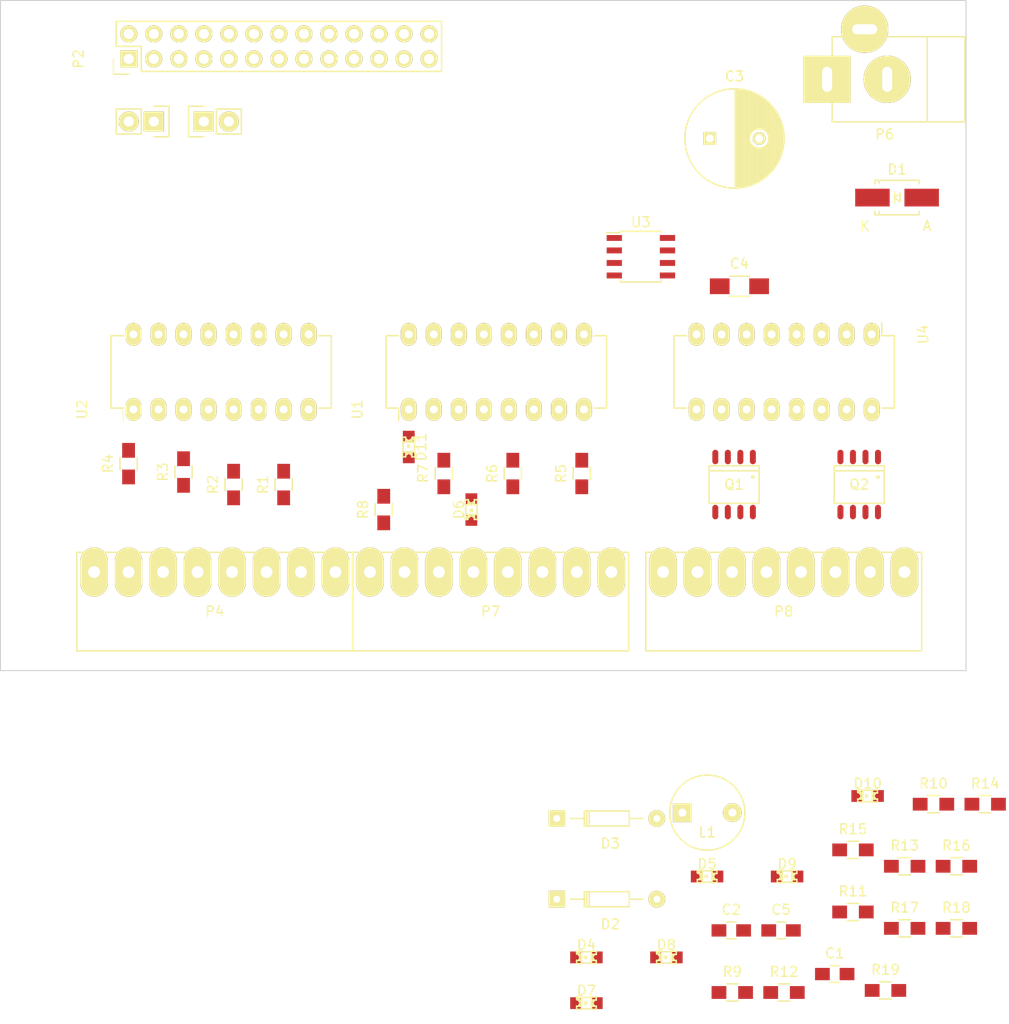
<source format=kicad_pcb>
(kicad_pcb (version 4) (host pcbnew "(after 2015-may-25 BZR unknown)-product")

  (general
    (links 133)
    (no_connects 133)
    (area 49.949999 21.949999 148.050001 90.050001)
    (thickness 1.6)
    (drawings 4)
    (tracks 0)
    (zones 0)
    (modules 49)
    (nets 61)
  )

  (page A4)
  (layers
    (0 F.Cu signal)
    (31 B.Cu signal)
    (32 B.Adhes user)
    (33 F.Adhes user)
    (34 B.Paste user)
    (35 F.Paste user)
    (36 B.SilkS user)
    (37 F.SilkS user)
    (38 B.Mask user)
    (39 F.Mask user)
    (40 Dwgs.User user)
    (41 Cmts.User user)
    (42 Eco1.User user)
    (43 Eco2.User user)
    (44 Edge.Cuts user)
    (45 Margin user)
    (46 B.CrtYd user)
    (47 F.CrtYd user)
    (48 B.Fab user)
    (49 F.Fab user)
  )

  (setup
    (last_trace_width 0.25)
    (trace_clearance 0.2)
    (zone_clearance 0.508)
    (zone_45_only no)
    (trace_min 0.2)
    (segment_width 0.2)
    (edge_width 0.1)
    (via_size 0.6)
    (via_drill 0.4)
    (via_min_size 0.4)
    (via_min_drill 0.3)
    (uvia_size 0.3)
    (uvia_drill 0.1)
    (uvias_allowed no)
    (uvia_min_size 0.2)
    (uvia_min_drill 0.1)
    (pcb_text_width 0.3)
    (pcb_text_size 1.5 1.5)
    (mod_edge_width 0.15)
    (mod_text_size 1 1)
    (mod_text_width 0.15)
    (pad_size 1.5 1.5)
    (pad_drill 0.6)
    (pad_to_mask_clearance 0)
    (aux_axis_origin 0 0)
    (visible_elements FFFFFF7F)
    (pcbplotparams
      (layerselection 0x00030_80000001)
      (usegerberextensions false)
      (excludeedgelayer true)
      (linewidth 0.100000)
      (plotframeref false)
      (viasonmask false)
      (mode 1)
      (useauxorigin false)
      (hpglpennumber 1)
      (hpglpenspeed 20)
      (hpglpendiameter 15)
      (hpglpenoverlay 2)
      (psnegative false)
      (psa4output false)
      (plotreference true)
      (plotvalue true)
      (plotinvisibletext false)
      (padsonsilk false)
      (subtractmaskfromsilk false)
      (outputformat 1)
      (mirror false)
      (drillshape 1)
      (scaleselection 1)
      (outputdirectory ""))
  )

  (net 0 "")
  (net 1 "Net-(P1-Pad1)")
  (net 2 "Net-(P1-Pad2)")
  (net 3 +5V)
  (net 4 GND)
  (net 5 in-4)
  (net 6 "Net-(P2-Pad8)")
  (net 7 "Net-(P2-Pad10)")
  (net 8 in-17)
  (net 9 in-18)
  (net 10 in-21)
  (net 11 in-22)
  (net 12 in-23)
  (net 13 in-24)
  (net 14 out-10)
  (net 15 out-9)
  (net 16 in-11)
  (net 17 out-8)
  (net 18 out-7)
  (net 19 "Net-(P4-Pad8)")
  (net 20 "Net-(P4-Pad6)")
  (net 21 "Net-(P4-Pad2)")
  (net 22 "Net-(P4-Pad4)")
  (net 23 "Net-(P7-Pad8)")
  (net 24 "Net-(P7-Pad6)")
  (net 25 "Net-(P7-Pad2)")
  (net 26 "Net-(P7-Pad4)")
  (net 27 +12V)
  (net 28 "Net-(R9-Pad1)")
  (net 29 "Net-(D1-Pad1)")
  (net 30 "Net-(C1-Pad1)")
  (net 31 "Net-(R10-Pad1)")
  (net 32 "Net-(P8-Pad8)")
  (net 33 "Net-(P8-Pad6)")
  (net 34 "Net-(P8-Pad2)")
  (net 35 "Net-(P8-Pad4)")
  (net 36 "Net-(C2-Pad2)")
  (net 37 PowerIn)
  (net 38 "Net-(Q1-Pad2)")
  (net 39 "Net-(Q1-Pad4)")
  (net 40 "Net-(Q2-Pad2)")
  (net 41 "Net-(Q2-Pad4)")
  (net 42 "Net-(R12-Pad1)")
  (net 43 "Net-(R13-Pad1)")
  (net 44 "Net-(R14-Pad1)")
  (net 45 "Net-(R15-Pad1)")
  (net 46 "Net-(D4-Pad2)")
  (net 47 "Net-(D4-Pad1)")
  (net 48 "Net-(D5-Pad2)")
  (net 49 "Net-(D5-Pad1)")
  (net 50 "Net-(D6-Pad2)")
  (net 51 "Net-(D6-Pad1)")
  (net 52 "Net-(D7-Pad2)")
  (net 53 "Net-(D8-Pad2)")
  (net 54 "Net-(D8-Pad1)")
  (net 55 "Net-(D9-Pad2)")
  (net 56 "Net-(D9-Pad1)")
  (net 57 "Net-(D10-Pad2)")
  (net 58 "Net-(D10-Pad1)")
  (net 59 "Net-(D11-Pad2)")
  (net 60 "Net-(D11-Pad1)")

  (net_class Default "This is the default net class."
    (clearance 0.2)
    (trace_width 0.25)
    (via_dia 0.6)
    (via_drill 0.4)
    (uvia_dia 0.3)
    (uvia_drill 0.1)
    (add_net +12V)
    (add_net +5V)
    (add_net GND)
    (add_net "Net-(C1-Pad1)")
    (add_net "Net-(C2-Pad2)")
    (add_net "Net-(D1-Pad1)")
    (add_net "Net-(D10-Pad1)")
    (add_net "Net-(D10-Pad2)")
    (add_net "Net-(D11-Pad1)")
    (add_net "Net-(D11-Pad2)")
    (add_net "Net-(D4-Pad1)")
    (add_net "Net-(D4-Pad2)")
    (add_net "Net-(D5-Pad1)")
    (add_net "Net-(D5-Pad2)")
    (add_net "Net-(D6-Pad1)")
    (add_net "Net-(D6-Pad2)")
    (add_net "Net-(D7-Pad2)")
    (add_net "Net-(D8-Pad1)")
    (add_net "Net-(D8-Pad2)")
    (add_net "Net-(D9-Pad1)")
    (add_net "Net-(D9-Pad2)")
    (add_net "Net-(P1-Pad1)")
    (add_net "Net-(P1-Pad2)")
    (add_net "Net-(P2-Pad10)")
    (add_net "Net-(P2-Pad8)")
    (add_net "Net-(P4-Pad2)")
    (add_net "Net-(P4-Pad4)")
    (add_net "Net-(P4-Pad6)")
    (add_net "Net-(P4-Pad8)")
    (add_net "Net-(P7-Pad2)")
    (add_net "Net-(P7-Pad4)")
    (add_net "Net-(P7-Pad6)")
    (add_net "Net-(P7-Pad8)")
    (add_net "Net-(P8-Pad2)")
    (add_net "Net-(P8-Pad4)")
    (add_net "Net-(P8-Pad6)")
    (add_net "Net-(P8-Pad8)")
    (add_net "Net-(Q1-Pad2)")
    (add_net "Net-(Q1-Pad4)")
    (add_net "Net-(Q2-Pad2)")
    (add_net "Net-(Q2-Pad4)")
    (add_net "Net-(R10-Pad1)")
    (add_net "Net-(R12-Pad1)")
    (add_net "Net-(R13-Pad1)")
    (add_net "Net-(R14-Pad1)")
    (add_net "Net-(R15-Pad1)")
    (add_net "Net-(R9-Pad1)")
    (add_net PowerIn)
    (add_net in-11)
    (add_net in-17)
    (add_net in-18)
    (add_net in-21)
    (add_net in-22)
    (add_net in-23)
    (add_net in-24)
    (add_net in-4)
    (add_net out-10)
    (add_net out-7)
    (add_net out-8)
    (add_net out-9)
  )

  (module Pin_Headers:Pin_Header_Straight_1x02 (layer F.Cu) (tedit 54EA090C) (tstamp 557E3ECD)
    (at 65.56 34.28 270)
    (descr "Through hole pin header")
    (tags "pin header")
    (path /557E4AE5)
    (fp_text reference P1 (at 0 -5.1 270) (layer F.SilkS)
      (effects (font (size 1 1) (thickness 0.15)))
    )
    (fp_text value I2C (at 0 -3.1 270) (layer F.Fab)
      (effects (font (size 1 1) (thickness 0.15)))
    )
    (fp_line (start 1.27 1.27) (end 1.27 3.81) (layer F.SilkS) (width 0.15))
    (fp_line (start 1.55 -1.55) (end 1.55 0) (layer F.SilkS) (width 0.15))
    (fp_line (start -1.75 -1.75) (end -1.75 4.3) (layer F.CrtYd) (width 0.05))
    (fp_line (start 1.75 -1.75) (end 1.75 4.3) (layer F.CrtYd) (width 0.05))
    (fp_line (start -1.75 -1.75) (end 1.75 -1.75) (layer F.CrtYd) (width 0.05))
    (fp_line (start -1.75 4.3) (end 1.75 4.3) (layer F.CrtYd) (width 0.05))
    (fp_line (start 1.27 1.27) (end -1.27 1.27) (layer F.SilkS) (width 0.15))
    (fp_line (start -1.55 0) (end -1.55 -1.55) (layer F.SilkS) (width 0.15))
    (fp_line (start -1.55 -1.55) (end 1.55 -1.55) (layer F.SilkS) (width 0.15))
    (fp_line (start -1.27 1.27) (end -1.27 3.81) (layer F.SilkS) (width 0.15))
    (fp_line (start -1.27 3.81) (end 1.27 3.81) (layer F.SilkS) (width 0.15))
    (pad 1 thru_hole rect (at 0 0 270) (size 2.032 2.032) (drill 1.016) (layers *.Cu *.Mask F.SilkS)
      (net 1 "Net-(P1-Pad1)"))
    (pad 2 thru_hole oval (at 0 2.54 270) (size 2.032 2.032) (drill 1.016) (layers *.Cu *.Mask F.SilkS)
      (net 2 "Net-(P1-Pad2)"))
    (model Pin_Headers.3dshapes/Pin_Header_Straight_1x02.wrl
      (at (xyz 0 -0.05 0))
      (scale (xyz 1 1 1))
      (rotate (xyz 0 0 90))
    )
  )

  (module Pin_Headers:Pin_Header_Straight_2x13 (layer F.Cu) (tedit 0) (tstamp 557E3EF7)
    (at 63.02 27.93 90)
    (descr "Through hole pin header")
    (tags "pin header")
    (path /557E2D7E)
    (fp_text reference P2 (at 0 -5.1 90) (layer F.SilkS)
      (effects (font (size 1 1) (thickness 0.15)))
    )
    (fp_text value CONN_02X13 (at 0 -3.1 90) (layer F.Fab)
      (effects (font (size 1 1) (thickness 0.15)))
    )
    (fp_line (start -1.75 -1.75) (end -1.75 32.25) (layer F.CrtYd) (width 0.05))
    (fp_line (start 4.3 -1.75) (end 4.3 32.25) (layer F.CrtYd) (width 0.05))
    (fp_line (start -1.75 -1.75) (end 4.3 -1.75) (layer F.CrtYd) (width 0.05))
    (fp_line (start -1.75 32.25) (end 4.3 32.25) (layer F.CrtYd) (width 0.05))
    (fp_line (start 3.81 -1.27) (end 3.81 31.75) (layer F.SilkS) (width 0.15))
    (fp_line (start -1.27 1.27) (end -1.27 31.75) (layer F.SilkS) (width 0.15))
    (fp_line (start 3.81 31.75) (end -1.27 31.75) (layer F.SilkS) (width 0.15))
    (fp_line (start 3.81 -1.27) (end 1.27 -1.27) (layer F.SilkS) (width 0.15))
    (fp_line (start 0 -1.55) (end -1.55 -1.55) (layer F.SilkS) (width 0.15))
    (fp_line (start 1.27 -1.27) (end 1.27 1.27) (layer F.SilkS) (width 0.15))
    (fp_line (start 1.27 1.27) (end -1.27 1.27) (layer F.SilkS) (width 0.15))
    (fp_line (start -1.55 -1.55) (end -1.55 0) (layer F.SilkS) (width 0.15))
    (pad 1 thru_hole rect (at 0 0 90) (size 1.7272 1.7272) (drill 1.016) (layers *.Cu *.Mask F.SilkS))
    (pad 2 thru_hole oval (at 2.54 0 90) (size 1.7272 1.7272) (drill 1.016) (layers *.Cu *.Mask F.SilkS)
      (net 3 +5V))
    (pad 3 thru_hole oval (at 0 2.54 90) (size 1.7272 1.7272) (drill 1.016) (layers *.Cu *.Mask F.SilkS)
      (net 2 "Net-(P1-Pad2)"))
    (pad 4 thru_hole oval (at 2.54 2.54 90) (size 1.7272 1.7272) (drill 1.016) (layers *.Cu *.Mask F.SilkS)
      (net 3 +5V))
    (pad 5 thru_hole oval (at 0 5.08 90) (size 1.7272 1.7272) (drill 1.016) (layers *.Cu *.Mask F.SilkS)
      (net 1 "Net-(P1-Pad1)"))
    (pad 6 thru_hole oval (at 2.54 5.08 90) (size 1.7272 1.7272) (drill 1.016) (layers *.Cu *.Mask F.SilkS)
      (net 4 GND))
    (pad 7 thru_hole oval (at 0 7.62 90) (size 1.7272 1.7272) (drill 1.016) (layers *.Cu *.Mask F.SilkS)
      (net 5 in-4))
    (pad 8 thru_hole oval (at 2.54 7.62 90) (size 1.7272 1.7272) (drill 1.016) (layers *.Cu *.Mask F.SilkS)
      (net 6 "Net-(P2-Pad8)"))
    (pad 9 thru_hole oval (at 0 10.16 90) (size 1.7272 1.7272) (drill 1.016) (layers *.Cu *.Mask F.SilkS))
    (pad 10 thru_hole oval (at 2.54 10.16 90) (size 1.7272 1.7272) (drill 1.016) (layers *.Cu *.Mask F.SilkS)
      (net 7 "Net-(P2-Pad10)"))
    (pad 11 thru_hole oval (at 0 12.7 90) (size 1.7272 1.7272) (drill 1.016) (layers *.Cu *.Mask F.SilkS)
      (net 8 in-17))
    (pad 12 thru_hole oval (at 2.54 12.7 90) (size 1.7272 1.7272) (drill 1.016) (layers *.Cu *.Mask F.SilkS)
      (net 9 in-18))
    (pad 13 thru_hole oval (at 0 15.24 90) (size 1.7272 1.7272) (drill 1.016) (layers *.Cu *.Mask F.SilkS)
      (net 10 in-21))
    (pad 14 thru_hole oval (at 2.54 15.24 90) (size 1.7272 1.7272) (drill 1.016) (layers *.Cu *.Mask F.SilkS)
      (net 4 GND))
    (pad 15 thru_hole oval (at 0 17.78 90) (size 1.7272 1.7272) (drill 1.016) (layers *.Cu *.Mask F.SilkS)
      (net 11 in-22))
    (pad 16 thru_hole oval (at 2.54 17.78 90) (size 1.7272 1.7272) (drill 1.016) (layers *.Cu *.Mask F.SilkS)
      (net 12 in-23))
    (pad 17 thru_hole oval (at 0 20.32 90) (size 1.7272 1.7272) (drill 1.016) (layers *.Cu *.Mask F.SilkS))
    (pad 18 thru_hole oval (at 2.54 20.32 90) (size 1.7272 1.7272) (drill 1.016) (layers *.Cu *.Mask F.SilkS)
      (net 13 in-24))
    (pad 19 thru_hole oval (at 0 22.86 90) (size 1.7272 1.7272) (drill 1.016) (layers *.Cu *.Mask F.SilkS)
      (net 14 out-10))
    (pad 20 thru_hole oval (at 2.54 22.86 90) (size 1.7272 1.7272) (drill 1.016) (layers *.Cu *.Mask F.SilkS))
    (pad 21 thru_hole oval (at 0 25.4 90) (size 1.7272 1.7272) (drill 1.016) (layers *.Cu *.Mask F.SilkS)
      (net 15 out-9))
    (pad 22 thru_hole oval (at 2.54 25.4 90) (size 1.7272 1.7272) (drill 1.016) (layers *.Cu *.Mask F.SilkS))
    (pad 23 thru_hole oval (at 0 27.94 90) (size 1.7272 1.7272) (drill 1.016) (layers *.Cu *.Mask F.SilkS)
      (net 16 in-11))
    (pad 24 thru_hole oval (at 2.54 27.94 90) (size 1.7272 1.7272) (drill 1.016) (layers *.Cu *.Mask F.SilkS)
      (net 17 out-8))
    (pad 25 thru_hole oval (at 0 30.48 90) (size 1.7272 1.7272) (drill 1.016) (layers *.Cu *.Mask F.SilkS)
      (net 4 GND))
    (pad 26 thru_hole oval (at 2.54 30.48 90) (size 1.7272 1.7272) (drill 1.016) (layers *.Cu *.Mask F.SilkS)
      (net 18 out-7))
    (model Pin_Headers.3dshapes/Pin_Header_Straight_2x13.wrl
      (at (xyz 0.05 -0.6 0))
      (scale (xyz 1 1 1))
      (rotate (xyz 0 0 90))
    )
  )

  (module Pin_Headers:Pin_Header_Straight_1x02 (layer F.Cu) (tedit 54EA090C) (tstamp 557E3F08)
    (at 70.64 34.28 90)
    (descr "Through hole pin header")
    (tags "pin header")
    (path /557E2E26)
    (fp_text reference P3 (at 0 -5.1 90) (layer F.SilkS)
      (effects (font (size 1 1) (thickness 0.15)))
    )
    (fp_text value UART (at 0 -3.1 90) (layer F.Fab)
      (effects (font (size 1 1) (thickness 0.15)))
    )
    (fp_line (start 1.27 1.27) (end 1.27 3.81) (layer F.SilkS) (width 0.15))
    (fp_line (start 1.55 -1.55) (end 1.55 0) (layer F.SilkS) (width 0.15))
    (fp_line (start -1.75 -1.75) (end -1.75 4.3) (layer F.CrtYd) (width 0.05))
    (fp_line (start 1.75 -1.75) (end 1.75 4.3) (layer F.CrtYd) (width 0.05))
    (fp_line (start -1.75 -1.75) (end 1.75 -1.75) (layer F.CrtYd) (width 0.05))
    (fp_line (start -1.75 4.3) (end 1.75 4.3) (layer F.CrtYd) (width 0.05))
    (fp_line (start 1.27 1.27) (end -1.27 1.27) (layer F.SilkS) (width 0.15))
    (fp_line (start -1.55 0) (end -1.55 -1.55) (layer F.SilkS) (width 0.15))
    (fp_line (start -1.55 -1.55) (end 1.55 -1.55) (layer F.SilkS) (width 0.15))
    (fp_line (start -1.27 1.27) (end -1.27 3.81) (layer F.SilkS) (width 0.15))
    (fp_line (start -1.27 3.81) (end 1.27 3.81) (layer F.SilkS) (width 0.15))
    (pad 1 thru_hole rect (at 0 0 90) (size 2.032 2.032) (drill 1.016) (layers *.Cu *.Mask F.SilkS)
      (net 6 "Net-(P2-Pad8)"))
    (pad 2 thru_hole oval (at 0 2.54 90) (size 2.032 2.032) (drill 1.016) (layers *.Cu *.Mask F.SilkS)
      (net 7 "Net-(P2-Pad10)"))
    (model Pin_Headers.3dshapes/Pin_Header_Straight_1x02.wrl
      (at (xyz 0 -0.05 0))
      (scale (xyz 1 1 1))
      (rotate (xyz 0 0 90))
    )
  )

  (module Housings_DIP:DIP-16_W7.62mm_LongPads (layer F.Cu) (tedit 54130A77) (tstamp 557E3FB4)
    (at 91.44 63.5 90)
    (descr "16-lead dip package, row spacing 7.62 mm (300 mils), longer pads")
    (tags "dil dip 2.54 300")
    (path /557FEB10)
    (fp_text reference U1 (at 0 -5.22 90) (layer F.SilkS)
      (effects (font (size 1 1) (thickness 0.15)))
    )
    (fp_text value OPTO-TRANSISTOR-4 (at 0 -3.72 90) (layer F.Fab)
      (effects (font (size 1 1) (thickness 0.15)))
    )
    (fp_line (start -1.4 -2.45) (end -1.4 20.25) (layer F.CrtYd) (width 0.05))
    (fp_line (start 9 -2.45) (end 9 20.25) (layer F.CrtYd) (width 0.05))
    (fp_line (start -1.4 -2.45) (end 9 -2.45) (layer F.CrtYd) (width 0.05))
    (fp_line (start -1.4 20.25) (end 9 20.25) (layer F.CrtYd) (width 0.05))
    (fp_line (start 0.135 -2.295) (end 0.135 -1.025) (layer F.SilkS) (width 0.15))
    (fp_line (start 7.485 -2.295) (end 7.485 -1.025) (layer F.SilkS) (width 0.15))
    (fp_line (start 7.485 20.075) (end 7.485 18.805) (layer F.SilkS) (width 0.15))
    (fp_line (start 0.135 20.075) (end 0.135 18.805) (layer F.SilkS) (width 0.15))
    (fp_line (start 0.135 -2.295) (end 7.485 -2.295) (layer F.SilkS) (width 0.15))
    (fp_line (start 0.135 20.075) (end 7.485 20.075) (layer F.SilkS) (width 0.15))
    (fp_line (start 0.135 -1.025) (end -1.15 -1.025) (layer F.SilkS) (width 0.15))
    (pad 1 thru_hole oval (at 0 0 90) (size 2.3 1.6) (drill 0.8) (layers *.Cu *.Mask F.SilkS)
      (net 60 "Net-(D11-Pad1)"))
    (pad 2 thru_hole oval (at 0 2.54 90) (size 2.3 1.6) (drill 0.8) (layers *.Cu *.Mask F.SilkS)
      (net 25 "Net-(P7-Pad2)"))
    (pad 3 thru_hole oval (at 0 5.08 90) (size 2.3 1.6) (drill 0.8) (layers *.Cu *.Mask F.SilkS)
      (net 58 "Net-(D10-Pad1)"))
    (pad 4 thru_hole oval (at 0 7.62 90) (size 2.3 1.6) (drill 0.8) (layers *.Cu *.Mask F.SilkS)
      (net 26 "Net-(P7-Pad4)"))
    (pad 5 thru_hole oval (at 0 10.16 90) (size 2.3 1.6) (drill 0.8) (layers *.Cu *.Mask F.SilkS)
      (net 56 "Net-(D9-Pad1)"))
    (pad 6 thru_hole oval (at 0 12.7 90) (size 2.3 1.6) (drill 0.8) (layers *.Cu *.Mask F.SilkS)
      (net 24 "Net-(P7-Pad6)"))
    (pad 7 thru_hole oval (at 0 15.24 90) (size 2.3 1.6) (drill 0.8) (layers *.Cu *.Mask F.SilkS))
    (pad 8 thru_hole oval (at 0 17.78 90) (size 2.3 1.6) (drill 0.8) (layers *.Cu *.Mask F.SilkS)
      (net 23 "Net-(P7-Pad8)"))
    (pad 9 thru_hole oval (at 7.62 17.78 90) (size 2.3 1.6) (drill 0.8) (layers *.Cu *.Mask F.SilkS)
      (net 4 GND))
    (pad 10 thru_hole oval (at 7.62 15.24 90) (size 2.3 1.6) (drill 0.8) (layers *.Cu *.Mask F.SilkS)
      (net 8 in-17))
    (pad 11 thru_hole oval (at 7.62 12.7 90) (size 2.3 1.6) (drill 0.8) (layers *.Cu *.Mask F.SilkS)
      (net 4 GND))
    (pad 12 thru_hole oval (at 7.62 10.16 90) (size 2.3 1.6) (drill 0.8) (layers *.Cu *.Mask F.SilkS)
      (net 11 in-22))
    (pad 13 thru_hole oval (at 7.62 7.62 90) (size 2.3 1.6) (drill 0.8) (layers *.Cu *.Mask F.SilkS)
      (net 4 GND))
    (pad 14 thru_hole oval (at 7.62 5.08 90) (size 2.3 1.6) (drill 0.8) (layers *.Cu *.Mask F.SilkS)
      (net 10 in-21))
    (pad 15 thru_hole oval (at 7.62 2.54 90) (size 2.3 1.6) (drill 0.8) (layers *.Cu *.Mask F.SilkS)
      (net 4 GND))
    (pad 16 thru_hole oval (at 7.62 0 90) (size 2.3 1.6) (drill 0.8) (layers *.Cu *.Mask F.SilkS)
      (net 5 in-4))
    (model Housings_DIP.3dshapes/DIP-16_W7.62mm_LongPads.wrl
      (at (xyz 0 0 0))
      (scale (xyz 1 1 1))
      (rotate (xyz 0 0 0))
    )
  )

  (module Housings_DIP:DIP-16_W7.62mm_LongPads (layer F.Cu) (tedit 54130A77) (tstamp 557E3FD3)
    (at 63.5 63.5 90)
    (descr "16-lead dip package, row spacing 7.62 mm (300 mils), longer pads")
    (tags "dil dip 2.54 300")
    (path /557E34E5)
    (fp_text reference U2 (at 0 -5.22 90) (layer F.SilkS)
      (effects (font (size 1 1) (thickness 0.15)))
    )
    (fp_text value OPTO-TRANSISTOR-4 (at 0 -3.72 90) (layer F.Fab)
      (effects (font (size 1 1) (thickness 0.15)))
    )
    (fp_line (start -1.4 -2.45) (end -1.4 20.25) (layer F.CrtYd) (width 0.05))
    (fp_line (start 9 -2.45) (end 9 20.25) (layer F.CrtYd) (width 0.05))
    (fp_line (start -1.4 -2.45) (end 9 -2.45) (layer F.CrtYd) (width 0.05))
    (fp_line (start -1.4 20.25) (end 9 20.25) (layer F.CrtYd) (width 0.05))
    (fp_line (start 0.135 -2.295) (end 0.135 -1.025) (layer F.SilkS) (width 0.15))
    (fp_line (start 7.485 -2.295) (end 7.485 -1.025) (layer F.SilkS) (width 0.15))
    (fp_line (start 7.485 20.075) (end 7.485 18.805) (layer F.SilkS) (width 0.15))
    (fp_line (start 0.135 20.075) (end 0.135 18.805) (layer F.SilkS) (width 0.15))
    (fp_line (start 0.135 -2.295) (end 7.485 -2.295) (layer F.SilkS) (width 0.15))
    (fp_line (start 0.135 20.075) (end 7.485 20.075) (layer F.SilkS) (width 0.15))
    (fp_line (start 0.135 -1.025) (end -1.15 -1.025) (layer F.SilkS) (width 0.15))
    (pad 1 thru_hole oval (at 0 0 90) (size 2.3 1.6) (drill 0.8) (layers *.Cu *.Mask F.SilkS)
      (net 51 "Net-(D6-Pad1)"))
    (pad 2 thru_hole oval (at 0 2.54 90) (size 2.3 1.6) (drill 0.8) (layers *.Cu *.Mask F.SilkS)
      (net 21 "Net-(P4-Pad2)"))
    (pad 3 thru_hole oval (at 0 5.08 90) (size 2.3 1.6) (drill 0.8) (layers *.Cu *.Mask F.SilkS)
      (net 49 "Net-(D5-Pad1)"))
    (pad 4 thru_hole oval (at 0 7.62 90) (size 2.3 1.6) (drill 0.8) (layers *.Cu *.Mask F.SilkS)
      (net 22 "Net-(P4-Pad4)"))
    (pad 5 thru_hole oval (at 0 10.16 90) (size 2.3 1.6) (drill 0.8) (layers *.Cu *.Mask F.SilkS)
      (net 47 "Net-(D4-Pad1)"))
    (pad 6 thru_hole oval (at 0 12.7 90) (size 2.3 1.6) (drill 0.8) (layers *.Cu *.Mask F.SilkS)
      (net 20 "Net-(P4-Pad6)"))
    (pad 7 thru_hole oval (at 0 15.24 90) (size 2.3 1.6) (drill 0.8) (layers *.Cu *.Mask F.SilkS)
      (net 54 "Net-(D8-Pad1)"))
    (pad 8 thru_hole oval (at 0 17.78 90) (size 2.3 1.6) (drill 0.8) (layers *.Cu *.Mask F.SilkS)
      (net 19 "Net-(P4-Pad8)"))
    (pad 9 thru_hole oval (at 7.62 17.78 90) (size 2.3 1.6) (drill 0.8) (layers *.Cu *.Mask F.SilkS)
      (net 4 GND))
    (pad 10 thru_hole oval (at 7.62 15.24 90) (size 2.3 1.6) (drill 0.8) (layers *.Cu *.Mask F.SilkS)
      (net 16 in-11))
    (pad 11 thru_hole oval (at 7.62 12.7 90) (size 2.3 1.6) (drill 0.8) (layers *.Cu *.Mask F.SilkS)
      (net 4 GND))
    (pad 12 thru_hole oval (at 7.62 10.16 90) (size 2.3 1.6) (drill 0.8) (layers *.Cu *.Mask F.SilkS)
      (net 9 in-18))
    (pad 13 thru_hole oval (at 7.62 7.62 90) (size 2.3 1.6) (drill 0.8) (layers *.Cu *.Mask F.SilkS)
      (net 4 GND))
    (pad 14 thru_hole oval (at 7.62 5.08 90) (size 2.3 1.6) (drill 0.8) (layers *.Cu *.Mask F.SilkS)
      (net 12 in-23))
    (pad 15 thru_hole oval (at 7.62 2.54 90) (size 2.3 1.6) (drill 0.8) (layers *.Cu *.Mask F.SilkS)
      (net 4 GND))
    (pad 16 thru_hole oval (at 7.62 0 90) (size 2.3 1.6) (drill 0.8) (layers *.Cu *.Mask F.SilkS)
      (net 13 in-24))
    (model Housings_DIP.3dshapes/DIP-16_W7.62mm_LongPads.wrl
      (at (xyz 0 0 0))
      (scale (xyz 1 1 1))
      (rotate (xyz 0 0 0))
    )
  )

  (module Housings_SOIC:SOIC-8_3.9x4.9mm_Pitch1.27mm (layer F.Cu) (tedit 54130A77) (tstamp 557FA9D0)
    (at 115 48)
    (descr "8-Lead Plastic Small Outline (SN) - Narrow, 3.90 mm Body [SOIC] (see Microchip Packaging Specification 00000049BS.pdf)")
    (tags "SOIC 1.27")
    (path /5580BBFA)
    (attr smd)
    (fp_text reference U3 (at 0 -3.5) (layer F.SilkS)
      (effects (font (size 1 1) (thickness 0.15)))
    )
    (fp_text value MC34063 (at 0 3.5) (layer F.Fab)
      (effects (font (size 1 1) (thickness 0.15)))
    )
    (fp_line (start -3.75 -2.75) (end -3.75 2.75) (layer F.CrtYd) (width 0.05))
    (fp_line (start 3.75 -2.75) (end 3.75 2.75) (layer F.CrtYd) (width 0.05))
    (fp_line (start -3.75 -2.75) (end 3.75 -2.75) (layer F.CrtYd) (width 0.05))
    (fp_line (start -3.75 2.75) (end 3.75 2.75) (layer F.CrtYd) (width 0.05))
    (fp_line (start -2.075 -2.575) (end -2.075 -2.43) (layer F.SilkS) (width 0.15))
    (fp_line (start 2.075 -2.575) (end 2.075 -2.43) (layer F.SilkS) (width 0.15))
    (fp_line (start 2.075 2.575) (end 2.075 2.43) (layer F.SilkS) (width 0.15))
    (fp_line (start -2.075 2.575) (end -2.075 2.43) (layer F.SilkS) (width 0.15))
    (fp_line (start -2.075 -2.575) (end 2.075 -2.575) (layer F.SilkS) (width 0.15))
    (fp_line (start -2.075 2.575) (end 2.075 2.575) (layer F.SilkS) (width 0.15))
    (fp_line (start -2.075 -2.43) (end -3.475 -2.43) (layer F.SilkS) (width 0.15))
    (pad 1 smd rect (at -2.7 -1.905) (size 1.55 0.6) (layers F.Cu F.Paste F.Mask)
      (net 28 "Net-(R9-Pad1)"))
    (pad 2 smd rect (at -2.7 -0.635) (size 1.55 0.6) (layers F.Cu F.Paste F.Mask)
      (net 29 "Net-(D1-Pad1)"))
    (pad 3 smd rect (at -2.7 0.635) (size 1.55 0.6) (layers F.Cu F.Paste F.Mask)
      (net 30 "Net-(C1-Pad1)"))
    (pad 4 smd rect (at -2.7 1.905) (size 1.55 0.6) (layers F.Cu F.Paste F.Mask)
      (net 4 GND))
    (pad 5 smd rect (at 2.7 1.905) (size 1.55 0.6) (layers F.Cu F.Paste F.Mask)
      (net 31 "Net-(R10-Pad1)"))
    (pad 6 smd rect (at 2.7 0.635) (size 1.55 0.6) (layers F.Cu F.Paste F.Mask)
      (net 36 "Net-(C2-Pad2)"))
    (pad 7 smd rect (at 2.7 -0.635) (size 1.55 0.6) (layers F.Cu F.Paste F.Mask)
      (net 28 "Net-(R9-Pad1)"))
    (pad 8 smd rect (at 2.7 -1.905) (size 1.55 0.6) (layers F.Cu F.Paste F.Mask)
      (net 28 "Net-(R9-Pad1)"))
    (model Housings_SOIC.3dshapes/SOIC-8_3.9x4.9mm_Pitch1.27mm.wrl
      (at (xyz 0 0 0))
      (scale (xyz 1 1 1))
      (rotate (xyz 0 0 0))
    )
  )

  (module Capacitors_SMD:C_0805_HandSoldering (layer F.Cu) (tedit 541A9B8D) (tstamp 557FFCA2)
    (at 134.675001 120.795)
    (descr "Capacitor SMD 0805, hand soldering")
    (tags "capacitor 0805")
    (path /5580D2FE)
    (attr smd)
    (fp_text reference C1 (at 0 -2.1) (layer F.SilkS)
      (effects (font (size 1 1) (thickness 0.15)))
    )
    (fp_text value 110p (at 0 2.1) (layer F.Fab)
      (effects (font (size 1 1) (thickness 0.15)))
    )
    (fp_line (start -2.3 -1) (end 2.3 -1) (layer F.CrtYd) (width 0.05))
    (fp_line (start -2.3 1) (end 2.3 1) (layer F.CrtYd) (width 0.05))
    (fp_line (start -2.3 -1) (end -2.3 1) (layer F.CrtYd) (width 0.05))
    (fp_line (start 2.3 -1) (end 2.3 1) (layer F.CrtYd) (width 0.05))
    (fp_line (start 0.5 -0.85) (end -0.5 -0.85) (layer F.SilkS) (width 0.15))
    (fp_line (start -0.5 0.85) (end 0.5 0.85) (layer F.SilkS) (width 0.15))
    (pad 1 smd rect (at -1.25 0) (size 1.5 1.25) (layers F.Cu F.Paste F.Mask)
      (net 30 "Net-(C1-Pad1)"))
    (pad 2 smd rect (at 1.25 0) (size 1.5 1.25) (layers F.Cu F.Paste F.Mask)
      (net 4 GND))
    (model Capacitors_SMD.3dshapes/C_0805_HandSoldering.wrl
      (at (xyz 0 0 0))
      (scale (xyz 1 1 1))
      (rotate (xyz 0 0 0))
    )
  )

  (module Capacitors_SMD:C_0805_HandSoldering (layer F.Cu) (tedit 541A9B8D) (tstamp 557FFCAE)
    (at 124.175001 116.365)
    (descr "Capacitor SMD 0805, hand soldering")
    (tags "capacitor 0805")
    (path /5580CB03)
    (attr smd)
    (fp_text reference C2 (at 0 -2.1) (layer F.SilkS)
      (effects (font (size 1 1) (thickness 0.15)))
    )
    (fp_text value 100n (at 0 2.1) (layer F.Fab)
      (effects (font (size 1 1) (thickness 0.15)))
    )
    (fp_line (start -2.3 -1) (end 2.3 -1) (layer F.CrtYd) (width 0.05))
    (fp_line (start -2.3 1) (end 2.3 1) (layer F.CrtYd) (width 0.05))
    (fp_line (start -2.3 -1) (end -2.3 1) (layer F.CrtYd) (width 0.05))
    (fp_line (start 2.3 -1) (end 2.3 1) (layer F.CrtYd) (width 0.05))
    (fp_line (start 0.5 -0.85) (end -0.5 -0.85) (layer F.SilkS) (width 0.15))
    (fp_line (start -0.5 0.85) (end 0.5 0.85) (layer F.SilkS) (width 0.15))
    (pad 1 smd rect (at -1.25 0) (size 1.5 1.25) (layers F.Cu F.Paste F.Mask)
      (net 4 GND))
    (pad 2 smd rect (at 1.25 0) (size 1.5 1.25) (layers F.Cu F.Paste F.Mask)
      (net 36 "Net-(C2-Pad2)"))
    (model Capacitors_SMD.3dshapes/C_0805_HandSoldering.wrl
      (at (xyz 0 0 0))
      (scale (xyz 1 1 1))
      (rotate (xyz 0 0 0))
    )
  )

  (module Capacitors_ThroughHole:C_Radial_D10_L16_P5 (layer F.Cu) (tedit 0) (tstamp 557FFCE9)
    (at 122 36)
    (descr "Radial Electrolytic Capacitor 10mm x Length 16mm, Pitch 5mm")
    (tags "Electrolytic Capacitor")
    (path /5580C9AC)
    (fp_text reference C3 (at 2.5 -6.3) (layer F.SilkS)
      (effects (font (size 1 1) (thickness 0.15)))
    )
    (fp_text value 100u (at 2.5 6.3) (layer F.Fab)
      (effects (font (size 1 1) (thickness 0.15)))
    )
    (fp_line (start 2.575 -4.999) (end 2.575 4.999) (layer F.SilkS) (width 0.15))
    (fp_line (start 2.715 -4.995) (end 2.715 4.995) (layer F.SilkS) (width 0.15))
    (fp_line (start 2.855 -4.987) (end 2.855 4.987) (layer F.SilkS) (width 0.15))
    (fp_line (start 2.995 -4.975) (end 2.995 4.975) (layer F.SilkS) (width 0.15))
    (fp_line (start 3.135 -4.96) (end 3.135 4.96) (layer F.SilkS) (width 0.15))
    (fp_line (start 3.275 -4.94) (end 3.275 4.94) (layer F.SilkS) (width 0.15))
    (fp_line (start 3.415 -4.916) (end 3.415 4.916) (layer F.SilkS) (width 0.15))
    (fp_line (start 3.555 -4.887) (end 3.555 4.887) (layer F.SilkS) (width 0.15))
    (fp_line (start 3.695 -4.855) (end 3.695 4.855) (layer F.SilkS) (width 0.15))
    (fp_line (start 3.835 -4.818) (end 3.835 4.818) (layer F.SilkS) (width 0.15))
    (fp_line (start 3.975 -4.777) (end 3.975 4.777) (layer F.SilkS) (width 0.15))
    (fp_line (start 4.115 -4.732) (end 4.115 -0.466) (layer F.SilkS) (width 0.15))
    (fp_line (start 4.115 0.466) (end 4.115 4.732) (layer F.SilkS) (width 0.15))
    (fp_line (start 4.255 -4.682) (end 4.255 -0.667) (layer F.SilkS) (width 0.15))
    (fp_line (start 4.255 0.667) (end 4.255 4.682) (layer F.SilkS) (width 0.15))
    (fp_line (start 4.395 -4.627) (end 4.395 -0.796) (layer F.SilkS) (width 0.15))
    (fp_line (start 4.395 0.796) (end 4.395 4.627) (layer F.SilkS) (width 0.15))
    (fp_line (start 4.535 -4.567) (end 4.535 -0.885) (layer F.SilkS) (width 0.15))
    (fp_line (start 4.535 0.885) (end 4.535 4.567) (layer F.SilkS) (width 0.15))
    (fp_line (start 4.675 -4.502) (end 4.675 -0.946) (layer F.SilkS) (width 0.15))
    (fp_line (start 4.675 0.946) (end 4.675 4.502) (layer F.SilkS) (width 0.15))
    (fp_line (start 4.815 -4.432) (end 4.815 -0.983) (layer F.SilkS) (width 0.15))
    (fp_line (start 4.815 0.983) (end 4.815 4.432) (layer F.SilkS) (width 0.15))
    (fp_line (start 4.955 -4.356) (end 4.955 -0.999) (layer F.SilkS) (width 0.15))
    (fp_line (start 4.955 0.999) (end 4.955 4.356) (layer F.SilkS) (width 0.15))
    (fp_line (start 5.095 -4.274) (end 5.095 -0.995) (layer F.SilkS) (width 0.15))
    (fp_line (start 5.095 0.995) (end 5.095 4.274) (layer F.SilkS) (width 0.15))
    (fp_line (start 5.235 -4.186) (end 5.235 -0.972) (layer F.SilkS) (width 0.15))
    (fp_line (start 5.235 0.972) (end 5.235 4.186) (layer F.SilkS) (width 0.15))
    (fp_line (start 5.375 -4.091) (end 5.375 -0.927) (layer F.SilkS) (width 0.15))
    (fp_line (start 5.375 0.927) (end 5.375 4.091) (layer F.SilkS) (width 0.15))
    (fp_line (start 5.515 -3.989) (end 5.515 -0.857) (layer F.SilkS) (width 0.15))
    (fp_line (start 5.515 0.857) (end 5.515 3.989) (layer F.SilkS) (width 0.15))
    (fp_line (start 5.655 -3.879) (end 5.655 -0.756) (layer F.SilkS) (width 0.15))
    (fp_line (start 5.655 0.756) (end 5.655 3.879) (layer F.SilkS) (width 0.15))
    (fp_line (start 5.795 -3.761) (end 5.795 -0.607) (layer F.SilkS) (width 0.15))
    (fp_line (start 5.795 0.607) (end 5.795 3.761) (layer F.SilkS) (width 0.15))
    (fp_line (start 5.935 -3.633) (end 5.935 -0.355) (layer F.SilkS) (width 0.15))
    (fp_line (start 5.935 0.355) (end 5.935 3.633) (layer F.SilkS) (width 0.15))
    (fp_line (start 6.075 -3.496) (end 6.075 3.496) (layer F.SilkS) (width 0.15))
    (fp_line (start 6.215 -3.346) (end 6.215 3.346) (layer F.SilkS) (width 0.15))
    (fp_line (start 6.355 -3.184) (end 6.355 3.184) (layer F.SilkS) (width 0.15))
    (fp_line (start 6.495 -3.007) (end 6.495 3.007) (layer F.SilkS) (width 0.15))
    (fp_line (start 6.635 -2.811) (end 6.635 2.811) (layer F.SilkS) (width 0.15))
    (fp_line (start 6.775 -2.593) (end 6.775 2.593) (layer F.SilkS) (width 0.15))
    (fp_line (start 6.915 -2.347) (end 6.915 2.347) (layer F.SilkS) (width 0.15))
    (fp_line (start 7.055 -2.062) (end 7.055 2.062) (layer F.SilkS) (width 0.15))
    (fp_line (start 7.195 -1.72) (end 7.195 1.72) (layer F.SilkS) (width 0.15))
    (fp_line (start 7.335 -1.274) (end 7.335 1.274) (layer F.SilkS) (width 0.15))
    (fp_line (start 7.475 -0.499) (end 7.475 0.499) (layer F.SilkS) (width 0.15))
    (fp_circle (center 5 0) (end 5 -1) (layer F.SilkS) (width 0.15))
    (fp_circle (center 2.5 0) (end 2.5 -5.0375) (layer F.SilkS) (width 0.15))
    (fp_circle (center 2.5 0) (end 2.5 -5.3) (layer F.CrtYd) (width 0.05))
    (pad 1 thru_hole rect (at 0 0) (size 1.3 1.3) (drill 0.8) (layers *.Cu *.Mask F.SilkS)
      (net 36 "Net-(C2-Pad2)"))
    (pad 2 thru_hole circle (at 5 0) (size 1.3 1.3) (drill 0.8) (layers *.Cu *.Mask F.SilkS)
      (net 4 GND))
    (model Capacitors_ThroughHole.3dshapes/C_Radial_D10_L16_P5.wrl
      (at (xyz 0.0984252 0 0))
      (scale (xyz 1 1 1))
      (rotate (xyz 0 0 90))
    )
  )

  (module Capacitors_SMD:C_1206_HandSoldering (layer F.Cu) (tedit 541A9C03) (tstamp 557FFCF5)
    (at 125 51)
    (descr "Capacitor SMD 1206, hand soldering")
    (tags "capacitor 1206")
    (path /5580E27F)
    (attr smd)
    (fp_text reference C4 (at 0 -2.3) (layer F.SilkS)
      (effects (font (size 1 1) (thickness 0.15)))
    )
    (fp_text value 100u (at 0 2.3) (layer F.Fab)
      (effects (font (size 1 1) (thickness 0.15)))
    )
    (fp_line (start -3.3 -1.15) (end 3.3 -1.15) (layer F.CrtYd) (width 0.05))
    (fp_line (start -3.3 1.15) (end 3.3 1.15) (layer F.CrtYd) (width 0.05))
    (fp_line (start -3.3 -1.15) (end -3.3 1.15) (layer F.CrtYd) (width 0.05))
    (fp_line (start 3.3 -1.15) (end 3.3 1.15) (layer F.CrtYd) (width 0.05))
    (fp_line (start 1 -1.025) (end -1 -1.025) (layer F.SilkS) (width 0.15))
    (fp_line (start -1 1.025) (end 1 1.025) (layer F.SilkS) (width 0.15))
    (pad 1 smd rect (at -2 0) (size 2 1.6) (layers F.Cu F.Paste F.Mask)
      (net 3 +5V))
    (pad 2 smd rect (at 2 0) (size 2 1.6) (layers F.Cu F.Paste F.Mask)
      (net 4 GND))
    (model Capacitors_SMD.3dshapes/C_1206_HandSoldering.wrl
      (at (xyz 0 0 0))
      (scale (xyz 1 1 1))
      (rotate (xyz 0 0 0))
    )
  )

  (module Capacitors_SMD:C_0805_HandSoldering (layer F.Cu) (tedit 541A9B8D) (tstamp 557FFD01)
    (at 129.225001 116.365)
    (descr "Capacitor SMD 0805, hand soldering")
    (tags "capacitor 0805")
    (path /5580E2EC)
    (attr smd)
    (fp_text reference C5 (at 0 -2.1) (layer F.SilkS)
      (effects (font (size 1 1) (thickness 0.15)))
    )
    (fp_text value 100n (at 0 2.1) (layer F.Fab)
      (effects (font (size 1 1) (thickness 0.15)))
    )
    (fp_line (start -2.3 -1) (end 2.3 -1) (layer F.CrtYd) (width 0.05))
    (fp_line (start -2.3 1) (end 2.3 1) (layer F.CrtYd) (width 0.05))
    (fp_line (start -2.3 -1) (end -2.3 1) (layer F.CrtYd) (width 0.05))
    (fp_line (start 2.3 -1) (end 2.3 1) (layer F.CrtYd) (width 0.05))
    (fp_line (start 0.5 -0.85) (end -0.5 -0.85) (layer F.SilkS) (width 0.15))
    (fp_line (start -0.5 0.85) (end 0.5 0.85) (layer F.SilkS) (width 0.15))
    (pad 1 smd rect (at -1.25 0) (size 1.5 1.25) (layers F.Cu F.Paste F.Mask)
      (net 3 +5V))
    (pad 2 smd rect (at 1.25 0) (size 1.5 1.25) (layers F.Cu F.Paste F.Mask)
      (net 4 GND))
    (model Capacitors_SMD.3dshapes/C_0805_HandSoldering.wrl
      (at (xyz 0 0 0))
      (scale (xyz 1 1 1))
      (rotate (xyz 0 0 0))
    )
  )

  (module Diodes_SMD:Diode-SMA_Handsoldering (layer F.Cu) (tedit 552FF1AB) (tstamp 557FFD19)
    (at 141 42)
    (descr "Diode SMA Handsoldering")
    (tags "Diode SMA Handsoldering")
    (path /5580DE2F)
    (attr smd)
    (fp_text reference D1 (at 0 -2.85) (layer F.SilkS)
      (effects (font (size 1 1) (thickness 0.15)))
    )
    (fp_text value D_Schottky_Small (at 0.05 4.4) (layer F.Fab)
      (effects (font (size 1 1) (thickness 0.15)))
    )
    (fp_line (start -4.5 -2) (end 4.5 -2) (layer F.CrtYd) (width 0.05))
    (fp_line (start 4.5 -2) (end 4.5 2) (layer F.CrtYd) (width 0.05))
    (fp_line (start 4.5 2) (end -4.5 2) (layer F.CrtYd) (width 0.05))
    (fp_line (start -4.5 2) (end -4.5 -2) (layer F.CrtYd) (width 0.05))
    (fp_line (start -0.25 0) (end 0.3 -0.45) (layer F.SilkS) (width 0.15))
    (fp_line (start 0.3 -0.45) (end 0.3 0.45) (layer F.SilkS) (width 0.15))
    (fp_line (start 0.3 0.45) (end -0.25 0) (layer F.SilkS) (width 0.15))
    (fp_line (start -0.25 -0.55) (end -0.25 0.55) (layer F.SilkS) (width 0.15))
    (fp_text user K (at -3.25 2.9) (layer F.SilkS)
      (effects (font (size 1 1) (thickness 0.15)))
    )
    (fp_text user A (at 3.05 2.85) (layer F.SilkS)
      (effects (font (size 1 1) (thickness 0.15)))
    )
    (fp_line (start -1.79914 1.75006) (end -1.79914 1.39954) (layer F.SilkS) (width 0.15))
    (fp_line (start -1.79914 -1.75006) (end -1.79914 -1.39954) (layer F.SilkS) (width 0.15))
    (fp_line (start 2.25044 1.75006) (end 2.25044 1.39954) (layer F.SilkS) (width 0.15))
    (fp_line (start -2.25044 1.75006) (end -2.25044 1.39954) (layer F.SilkS) (width 0.15))
    (fp_line (start -2.25044 -1.75006) (end -2.25044 -1.39954) (layer F.SilkS) (width 0.15))
    (fp_line (start 2.25044 -1.75006) (end 2.25044 -1.39954) (layer F.SilkS) (width 0.15))
    (fp_line (start -2.25044 1.75006) (end 2.25044 1.75006) (layer F.SilkS) (width 0.15))
    (fp_line (start -2.25044 -1.75006) (end 2.25044 -1.75006) (layer F.SilkS) (width 0.15))
    (pad 1 smd rect (at -2.49936 0) (size 3.50012 1.80086) (layers F.Cu F.Paste F.Mask)
      (net 29 "Net-(D1-Pad1)"))
    (pad 2 smd rect (at 2.49936 0) (size 3.50012 1.80086) (layers F.Cu F.Paste F.Mask)
      (net 4 GND))
    (model Diodes_SMD.3dshapes/Diode-SMA_Handsoldering.wrl
      (at (xyz 0 0 0))
      (scale (xyz 0.3937 0.3937 0.3937))
      (rotate (xyz 0 0 180))
    )
  )

  (module Inductors:INDUCTOR_V (layer F.Cu) (tedit 0) (tstamp 557FFD20)
    (at 121.745001 104.415001)
    (descr "Inductor (vertical)")
    (tags INDUCTOR)
    (path /5580D91A)
    (fp_text reference L1 (at 0 1.99898) (layer F.SilkS)
      (effects (font (size 1 1) (thickness 0.15)))
    )
    (fp_text value L_Small (at 0.09906 -1.99898) (layer F.Fab)
      (effects (font (size 1 1) (thickness 0.15)))
    )
    (fp_circle (center 0 0) (end 3.81 0) (layer F.SilkS) (width 0.15))
    (pad 1 thru_hole rect (at -2.54 0) (size 1.905 1.905) (drill 0.8128) (layers *.Cu *.Mask F.SilkS)
      (net 29 "Net-(D1-Pad1)"))
    (pad 2 thru_hole circle (at 2.54 0) (size 1.905 1.905) (drill 0.8128) (layers *.Cu *.Mask F.SilkS)
      (net 3 +5V))
    (model Inductors.3dshapes/INDUCTOR_V.wrl
      (at (xyz 0 0 0))
      (scale (xyz 2 2 2))
      (rotate (xyz 0 0 0))
    )
  )

  (module Resistors_SMD:R_0805_HandSoldering (layer F.Cu) (tedit 54189DEE) (tstamp 557FFD2C)
    (at 124.275001 122.665)
    (descr "Resistor SMD 0805, hand soldering")
    (tags "resistor 0805")
    (path /5580C24B)
    (attr smd)
    (fp_text reference R9 (at 0 -2.1) (layer F.SilkS)
      (effects (font (size 1 1) (thickness 0.15)))
    )
    (fp_text value 0R3 (at 0 2.1) (layer F.Fab)
      (effects (font (size 1 1) (thickness 0.15)))
    )
    (fp_line (start -2.4 -1) (end 2.4 -1) (layer F.CrtYd) (width 0.05))
    (fp_line (start -2.4 1) (end 2.4 1) (layer F.CrtYd) (width 0.05))
    (fp_line (start -2.4 -1) (end -2.4 1) (layer F.CrtYd) (width 0.05))
    (fp_line (start 2.4 -1) (end 2.4 1) (layer F.CrtYd) (width 0.05))
    (fp_line (start 0.6 0.875) (end -0.6 0.875) (layer F.SilkS) (width 0.15))
    (fp_line (start -0.6 -0.875) (end 0.6 -0.875) (layer F.SilkS) (width 0.15))
    (pad 1 smd rect (at -1.35 0) (size 1.5 1.3) (layers F.Cu F.Paste F.Mask)
      (net 28 "Net-(R9-Pad1)"))
    (pad 2 smd rect (at 1.35 0) (size 1.5 1.3) (layers F.Cu F.Paste F.Mask)
      (net 36 "Net-(C2-Pad2)"))
    (model Resistors_SMD.3dshapes/R_0805_HandSoldering.wrl
      (at (xyz 0 0 0))
      (scale (xyz 1 1 1))
      (rotate (xyz 0 0 0))
    )
  )

  (module Resistors_SMD:R_0805_HandSoldering (layer F.Cu) (tedit 54189DEE) (tstamp 557FFD38)
    (at 144.695001 103.555)
    (descr "Resistor SMD 0805, hand soldering")
    (tags "resistor 0805")
    (path /5580D479)
    (attr smd)
    (fp_text reference R10 (at 0 -2.1) (layer F.SilkS)
      (effects (font (size 1 1) (thickness 0.15)))
    )
    (fp_text value 1k (at 0 2.1) (layer F.Fab)
      (effects (font (size 1 1) (thickness 0.15)))
    )
    (fp_line (start -2.4 -1) (end 2.4 -1) (layer F.CrtYd) (width 0.05))
    (fp_line (start -2.4 1) (end 2.4 1) (layer F.CrtYd) (width 0.05))
    (fp_line (start -2.4 -1) (end -2.4 1) (layer F.CrtYd) (width 0.05))
    (fp_line (start 2.4 -1) (end 2.4 1) (layer F.CrtYd) (width 0.05))
    (fp_line (start 0.6 0.875) (end -0.6 0.875) (layer F.SilkS) (width 0.15))
    (fp_line (start -0.6 -0.875) (end 0.6 -0.875) (layer F.SilkS) (width 0.15))
    (pad 1 smd rect (at -1.35 0) (size 1.5 1.3) (layers F.Cu F.Paste F.Mask)
      (net 31 "Net-(R10-Pad1)"))
    (pad 2 smd rect (at 1.35 0) (size 1.5 1.3) (layers F.Cu F.Paste F.Mask)
      (net 4 GND))
    (model Resistors_SMD.3dshapes/R_0805_HandSoldering.wrl
      (at (xyz 0 0 0))
      (scale (xyz 1 1 1))
      (rotate (xyz 0 0 0))
    )
  )

  (module Resistors_SMD:R_0805_HandSoldering (layer F.Cu) (tedit 54189DEE) (tstamp 557FFD44)
    (at 136.525001 114.495)
    (descr "Resistor SMD 0805, hand soldering")
    (tags "resistor 0805")
    (path /5580D56C)
    (attr smd)
    (fp_text reference R11 (at 0 -2.1) (layer F.SilkS)
      (effects (font (size 1 1) (thickness 0.15)))
    )
    (fp_text value 3k (at 0 2.1) (layer F.Fab)
      (effects (font (size 1 1) (thickness 0.15)))
    )
    (fp_line (start -2.4 -1) (end 2.4 -1) (layer F.CrtYd) (width 0.05))
    (fp_line (start -2.4 1) (end 2.4 1) (layer F.CrtYd) (width 0.05))
    (fp_line (start -2.4 -1) (end -2.4 1) (layer F.CrtYd) (width 0.05))
    (fp_line (start 2.4 -1) (end 2.4 1) (layer F.CrtYd) (width 0.05))
    (fp_line (start 0.6 0.875) (end -0.6 0.875) (layer F.SilkS) (width 0.15))
    (fp_line (start -0.6 -0.875) (end 0.6 -0.875) (layer F.SilkS) (width 0.15))
    (pad 1 smd rect (at -1.35 0) (size 1.5 1.3) (layers F.Cu F.Paste F.Mask)
      (net 3 +5V))
    (pad 2 smd rect (at 1.35 0) (size 1.5 1.3) (layers F.Cu F.Paste F.Mask)
      (net 31 "Net-(R10-Pad1)"))
    (model Resistors_SMD.3dshapes/R_0805_HandSoldering.wrl
      (at (xyz 0 0 0))
      (scale (xyz 1 1 1))
      (rotate (xyz 0 0 0))
    )
  )

  (module Connect:JACK_ALIM (layer F.Cu) (tedit 0) (tstamp 55801E73)
    (at 140 30 180)
    (descr "module 1 pin (ou trou mecanique de percage)")
    (tags "CONN JACK")
    (path /557E7E75)
    (fp_text reference P6 (at 0.254 -5.588 180) (layer F.SilkS)
      (effects (font (size 1 1) (thickness 0.15)))
    )
    (fp_text value 12V (at -5.08 5.588 180) (layer F.Fab)
      (effects (font (size 1 1) (thickness 0.15)))
    )
    (fp_line (start -7.112 -4.318) (end -7.874 -4.318) (layer F.SilkS) (width 0.15))
    (fp_line (start -7.874 -4.318) (end -7.874 4.318) (layer F.SilkS) (width 0.15))
    (fp_line (start -7.874 4.318) (end -7.112 4.318) (layer F.SilkS) (width 0.15))
    (fp_line (start -4.064 -4.318) (end -4.064 4.318) (layer F.SilkS) (width 0.15))
    (fp_line (start 5.588 -4.318) (end 5.588 4.318) (layer F.SilkS) (width 0.15))
    (fp_line (start -7.112 4.318) (end 5.588 4.318) (layer F.SilkS) (width 0.15))
    (fp_line (start -7.112 -4.318) (end 5.588 -4.318) (layer F.SilkS) (width 0.15))
    (pad 2 thru_hole circle (at 0 0 180) (size 4.8006 4.8006) (drill oval 1.016 2.54) (layers *.Cu *.Mask F.SilkS)
      (net 37 PowerIn))
    (pad 1 thru_hole rect (at 6.096 0 180) (size 4.8006 4.8006) (drill oval 1.016 2.54) (layers *.Cu *.Mask F.SilkS)
      (net 4 GND))
    (pad 3 thru_hole circle (at 2.286 5.08 180) (size 4.8006 4.8006) (drill oval 2.54 1.016) (layers *.Cu *.Mask F.SilkS))
    (model Connect.3dshapes/JACK_ALIM.wrl
      (at (xyz 0 0 0))
      (scale (xyz 0.8 0.8 0.8))
      (rotate (xyz 0 0 0))
    )
  )

  (module terminal:TerminalBlock-8pin-3.5mm (layer F.Cu) (tedit 55803A54) (tstamp 557F82E6)
    (at 71.75 80)
    (path /557F846E)
    (fp_text reference P4 (at 0 4) (layer F.SilkS)
      (effects (font (size 1 1) (thickness 0.15)))
    )
    (fp_text value "Sensors 1" (at -0.508 -3.556) (layer F.Fab)
      (effects (font (size 1 1) (thickness 0.15)))
    )
    (fp_line (start -14 -1) (end -14 -2) (layer F.SilkS) (width 0.15))
    (fp_line (start -14 -2) (end 14 -2) (layer F.SilkS) (width 0.15))
    (fp_line (start 14 -2) (end 14 -1) (layer F.SilkS) (width 0.15))
    (fp_line (start 14 -1.016) (end 14 8) (layer F.SilkS) (width 0.15))
    (fp_line (start 14 8) (end -14 8) (layer F.SilkS) (width 0.15))
    (fp_line (start -14 8) (end -14 -1.016) (layer F.SilkS) (width 0.15))
    (pad 8 thru_hole oval (at 12.25 0) (size 2.8 5) (drill 1.2) (layers *.Cu *.Mask F.SilkS)
      (net 19 "Net-(P4-Pad8)"))
    (pad 7 thru_hole oval (at 8.75 0) (size 2.8 5) (drill 1.2) (layers *.Cu *.Mask F.SilkS)
      (net 4 GND))
    (pad 6 thru_hole oval (at 5.25 0) (size 2.8 5) (drill 1.2) (layers *.Cu *.Mask F.SilkS)
      (net 20 "Net-(P4-Pad6)"))
    (pad 5 thru_hole oval (at 1.75 0) (size 2.8 5) (drill 1.2) (layers *.Cu *.Mask F.SilkS)
      (net 4 GND))
    (pad 1 thru_hole oval (at -12.25 0) (size 2.8 5) (drill 1.2) (layers *.Cu *.Mask F.SilkS)
      (net 4 GND))
    (pad 2 thru_hole oval (at -8.75 0) (size 2.8 5) (drill 1.2) (layers *.Cu *.Mask F.SilkS)
      (net 21 "Net-(P4-Pad2)"))
    (pad 3 thru_hole oval (at -5.25 0) (size 2.8 5) (drill 1.2) (layers *.Cu *.Mask F.SilkS)
      (net 4 GND))
    (pad 4 thru_hole oval (at -1.75 0) (size 2.8 5) (drill 1.2) (layers *.Cu *.Mask F.SilkS)
      (net 22 "Net-(P4-Pad4)"))
  )

  (module terminal:TerminalBlock-8pin-3.5mm (layer F.Cu) (tedit 55803A54) (tstamp 557F8308)
    (at 99.75 80)
    (path /557FEB44)
    (fp_text reference P7 (at 0 4) (layer F.SilkS)
      (effects (font (size 1 1) (thickness 0.15)))
    )
    (fp_text value "Sensors 2" (at -0.508 -3.556) (layer F.Fab)
      (effects (font (size 1 1) (thickness 0.15)))
    )
    (fp_line (start -14 -1) (end -14 -2) (layer F.SilkS) (width 0.15))
    (fp_line (start -14 -2) (end 14 -2) (layer F.SilkS) (width 0.15))
    (fp_line (start 14 -2) (end 14 -1) (layer F.SilkS) (width 0.15))
    (fp_line (start 14 -1.016) (end 14 8) (layer F.SilkS) (width 0.15))
    (fp_line (start 14 8) (end -14 8) (layer F.SilkS) (width 0.15))
    (fp_line (start -14 8) (end -14 -1.016) (layer F.SilkS) (width 0.15))
    (pad 8 thru_hole oval (at 12.25 0) (size 2.8 5) (drill 1.2) (layers *.Cu *.Mask F.SilkS)
      (net 23 "Net-(P7-Pad8)"))
    (pad 7 thru_hole oval (at 8.75 0) (size 2.8 5) (drill 1.2) (layers *.Cu *.Mask F.SilkS)
      (net 4 GND))
    (pad 6 thru_hole oval (at 5.25 0) (size 2.8 5) (drill 1.2) (layers *.Cu *.Mask F.SilkS)
      (net 24 "Net-(P7-Pad6)"))
    (pad 5 thru_hole oval (at 1.75 0) (size 2.8 5) (drill 1.2) (layers *.Cu *.Mask F.SilkS)
      (net 4 GND))
    (pad 1 thru_hole oval (at -12.25 0) (size 2.8 5) (drill 1.2) (layers *.Cu *.Mask F.SilkS)
      (net 4 GND))
    (pad 2 thru_hole oval (at -8.75 0) (size 2.8 5) (drill 1.2) (layers *.Cu *.Mask F.SilkS)
      (net 25 "Net-(P7-Pad2)"))
    (pad 3 thru_hole oval (at -5.25 0) (size 2.8 5) (drill 1.2) (layers *.Cu *.Mask F.SilkS)
      (net 4 GND))
    (pad 4 thru_hole oval (at -1.75 0) (size 2.8 5) (drill 1.2) (layers *.Cu *.Mask F.SilkS)
      (net 26 "Net-(P7-Pad4)"))
  )

  (module terminal:TerminalBlock-8pin-3.5mm (layer F.Cu) (tedit 55803A54) (tstamp 557FA9B9)
    (at 129.5 80)
    (path /55807EBB)
    (fp_text reference P8 (at 0 4) (layer F.SilkS)
      (effects (font (size 1 1) (thickness 0.15)))
    )
    (fp_text value "12V actor outputs" (at -0.508 -3.556) (layer F.Fab)
      (effects (font (size 1 1) (thickness 0.15)))
    )
    (fp_line (start -14 -1) (end -14 -2) (layer F.SilkS) (width 0.15))
    (fp_line (start -14 -2) (end 14 -2) (layer F.SilkS) (width 0.15))
    (fp_line (start 14 -2) (end 14 -1) (layer F.SilkS) (width 0.15))
    (fp_line (start 14 -1.016) (end 14 8) (layer F.SilkS) (width 0.15))
    (fp_line (start 14 8) (end -14 8) (layer F.SilkS) (width 0.15))
    (fp_line (start -14 8) (end -14 -1.016) (layer F.SilkS) (width 0.15))
    (pad 8 thru_hole oval (at 12.25 0) (size 2.8 5) (drill 1.2) (layers *.Cu *.Mask F.SilkS)
      (net 32 "Net-(P8-Pad8)"))
    (pad 7 thru_hole oval (at 8.75 0) (size 2.8 5) (drill 1.2) (layers *.Cu *.Mask F.SilkS)
      (net 4 GND))
    (pad 6 thru_hole oval (at 5.25 0) (size 2.8 5) (drill 1.2) (layers *.Cu *.Mask F.SilkS)
      (net 33 "Net-(P8-Pad6)"))
    (pad 5 thru_hole oval (at 1.75 0) (size 2.8 5) (drill 1.2) (layers *.Cu *.Mask F.SilkS)
      (net 4 GND))
    (pad 1 thru_hole oval (at -12.25 0) (size 2.8 5) (drill 1.2) (layers *.Cu *.Mask F.SilkS)
      (net 4 GND))
    (pad 2 thru_hole oval (at -8.75 0) (size 2.8 5) (drill 1.2) (layers *.Cu *.Mask F.SilkS)
      (net 34 "Net-(P8-Pad2)"))
    (pad 3 thru_hole oval (at -5.25 0) (size 2.8 5) (drill 1.2) (layers *.Cu *.Mask F.SilkS)
      (net 4 GND))
    (pad 4 thru_hole oval (at -1.75 0) (size 2.8 5) (drill 1.2) (layers *.Cu *.Mask F.SilkS)
      (net 35 "Net-(P8-Pad4)"))
  )

  (module Diodes_ThroughHole:Diode_DO-35_SOD27_Horizontal_RM10 (layer F.Cu) (tedit 552FFC30) (tstamp 558444AA)
    (at 106.45911 113.20354)
    (descr "Diode, DO-35,  SOD27, Horizontal, RM 10mm")
    (tags "Diode, DO-35, SOD27, Horizontal, RM 10mm, 1N4148,")
    (path /5585CC05)
    (fp_text reference D2 (at 5.43052 2.53746) (layer F.SilkS)
      (effects (font (size 1 1) (thickness 0.15)))
    )
    (fp_text value D (at 4.41452 -3.55854) (layer F.Fab)
      (effects (font (size 1 1) (thickness 0.15)))
    )
    (fp_line (start 7.36652 -0.00254) (end 8.76352 -0.00254) (layer F.SilkS) (width 0.15))
    (fp_line (start 2.92152 -0.00254) (end 1.39752 -0.00254) (layer F.SilkS) (width 0.15))
    (fp_line (start 3.30252 -0.76454) (end 3.30252 0.75946) (layer F.SilkS) (width 0.15))
    (fp_line (start 3.04852 -0.76454) (end 3.04852 0.75946) (layer F.SilkS) (width 0.15))
    (fp_line (start 2.79452 -0.00254) (end 2.79452 0.75946) (layer F.SilkS) (width 0.15))
    (fp_line (start 2.79452 0.75946) (end 7.36652 0.75946) (layer F.SilkS) (width 0.15))
    (fp_line (start 7.36652 0.75946) (end 7.36652 -0.76454) (layer F.SilkS) (width 0.15))
    (fp_line (start 7.36652 -0.76454) (end 2.79452 -0.76454) (layer F.SilkS) (width 0.15))
    (fp_line (start 2.79452 -0.76454) (end 2.79452 -0.00254) (layer F.SilkS) (width 0.15))
    (pad 2 thru_hole circle (at 10.16052 -0.00254 180) (size 1.69926 1.69926) (drill 0.70104) (layers *.Cu *.Mask F.SilkS)
      (net 37 PowerIn))
    (pad 1 thru_hole rect (at 0.00052 -0.00254 180) (size 1.69926 1.69926) (drill 0.70104) (layers *.Cu *.Mask F.SilkS)
      (net 27 +12V))
    (model Diodes_ThroughHole.3dshapes/Diode_DO-35_SOD27_Horizontal_RM10.wrl
      (at (xyz 0.2 0 0))
      (scale (xyz 0.4 0.4 0.4))
      (rotate (xyz 0 0 180))
    )
  )

  (module Diodes_ThroughHole:Diode_DO-35_SOD27_Horizontal_RM10 (layer F.Cu) (tedit 552FFC30) (tstamp 558444B0)
    (at 106.45911 105.01354)
    (descr "Diode, DO-35,  SOD27, Horizontal, RM 10mm")
    (tags "Diode, DO-35, SOD27, Horizontal, RM 10mm, 1N4148,")
    (path /5585E7C8)
    (fp_text reference D3 (at 5.43052 2.53746) (layer F.SilkS)
      (effects (font (size 1 1) (thickness 0.15)))
    )
    (fp_text value D (at 4.41452 -3.55854) (layer F.Fab)
      (effects (font (size 1 1) (thickness 0.15)))
    )
    (fp_line (start 7.36652 -0.00254) (end 8.76352 -0.00254) (layer F.SilkS) (width 0.15))
    (fp_line (start 2.92152 -0.00254) (end 1.39752 -0.00254) (layer F.SilkS) (width 0.15))
    (fp_line (start 3.30252 -0.76454) (end 3.30252 0.75946) (layer F.SilkS) (width 0.15))
    (fp_line (start 3.04852 -0.76454) (end 3.04852 0.75946) (layer F.SilkS) (width 0.15))
    (fp_line (start 2.79452 -0.00254) (end 2.79452 0.75946) (layer F.SilkS) (width 0.15))
    (fp_line (start 2.79452 0.75946) (end 7.36652 0.75946) (layer F.SilkS) (width 0.15))
    (fp_line (start 7.36652 0.75946) (end 7.36652 -0.76454) (layer F.SilkS) (width 0.15))
    (fp_line (start 7.36652 -0.76454) (end 2.79452 -0.76454) (layer F.SilkS) (width 0.15))
    (fp_line (start 2.79452 -0.76454) (end 2.79452 -0.00254) (layer F.SilkS) (width 0.15))
    (pad 2 thru_hole circle (at 10.16052 -0.00254 180) (size 1.69926 1.69926) (drill 0.70104) (layers *.Cu *.Mask F.SilkS)
      (net 37 PowerIn))
    (pad 1 thru_hole rect (at 0.00052 -0.00254 180) (size 1.69926 1.69926) (drill 0.70104) (layers *.Cu *.Mask F.SilkS)
      (net 36 "Net-(C2-Pad2)"))
    (model Diodes_ThroughHole.3dshapes/Diode_DO-35_SOD27_Horizontal_RM10.wrl
      (at (xyz 0.2 0 0))
      (scale (xyz 0.4 0.4 0.4))
      (rotate (xyz 0 0 180))
    )
  )

  (module Power_Integrations:SO-8 (layer F.Cu) (tedit 0) (tstamp 558444B1)
    (at 124.46 71.12 180)
    (descr "SO-8 Surface Mount Small Outline 150mil 8pin Package")
    (tags "Power Integrations D Package")
    (path /5583BADC)
    (fp_text reference Q1 (at 0 0 180) (layer F.SilkS)
      (effects (font (size 1 1) (thickness 0.15)))
    )
    (fp_text value IRF9362PbF (at 0 0 180) (layer F.Fab)
      (effects (font (size 1 1) (thickness 0.15)))
    )
    (fp_circle (center -1.905 0.762) (end -1.778 0.762) (layer F.SilkS) (width 0.15))
    (fp_line (start -2.54 1.397) (end 2.54 1.397) (layer F.SilkS) (width 0.15))
    (fp_line (start -2.54 -1.905) (end 2.54 -1.905) (layer F.SilkS) (width 0.15))
    (fp_line (start -2.54 1.905) (end 2.54 1.905) (layer F.SilkS) (width 0.15))
    (fp_line (start -2.54 1.905) (end -2.54 -1.905) (layer F.SilkS) (width 0.15))
    (fp_line (start 2.54 1.905) (end 2.54 -1.905) (layer F.SilkS) (width 0.15))
    (pad 1 smd oval (at -1.905 2.794 180) (size 0.6096 1.4732) (layers F.Cu F.Paste F.Mask)
      (net 27 +12V))
    (pad 2 smd oval (at -0.635 2.794 180) (size 0.6096 1.4732) (layers F.Cu F.Paste F.Mask)
      (net 38 "Net-(Q1-Pad2)"))
    (pad 3 smd oval (at 0.635 2.794 180) (size 0.6096 1.4732) (layers F.Cu F.Paste F.Mask)
      (net 27 +12V))
    (pad 4 smd oval (at 1.905 2.794 180) (size 0.6096 1.4732) (layers F.Cu F.Paste F.Mask)
      (net 39 "Net-(Q1-Pad4)"))
    (pad 5 smd oval (at 1.905 -2.794 180) (size 0.6096 1.4732) (layers F.Cu F.Paste F.Mask)
      (net 34 "Net-(P8-Pad2)"))
    (pad 6 smd oval (at 0.635 -2.794 180) (size 0.6096 1.4732) (layers F.Cu F.Paste F.Mask)
      (net 34 "Net-(P8-Pad2)"))
    (pad 7 smd oval (at -0.635 -2.794 180) (size 0.6096 1.4732) (layers F.Cu F.Paste F.Mask)
      (net 35 "Net-(P8-Pad4)"))
    (pad 8 smd oval (at -1.905 -2.794 180) (size 0.6096 1.4732) (layers F.Cu F.Paste F.Mask)
      (net 35 "Net-(P8-Pad4)"))
  )

  (module Power_Integrations:SO-8 (layer F.Cu) (tedit 0) (tstamp 558444C7)
    (at 137.16 71.12 180)
    (descr "SO-8 Surface Mount Small Outline 150mil 8pin Package")
    (tags "Power Integrations D Package")
    (path /5583C454)
    (fp_text reference Q2 (at 0 0 180) (layer F.SilkS)
      (effects (font (size 1 1) (thickness 0.15)))
    )
    (fp_text value IRF9362PbF (at 0 0 180) (layer F.Fab)
      (effects (font (size 1 1) (thickness 0.15)))
    )
    (fp_circle (center -1.905 0.762) (end -1.778 0.762) (layer F.SilkS) (width 0.15))
    (fp_line (start -2.54 1.397) (end 2.54 1.397) (layer F.SilkS) (width 0.15))
    (fp_line (start -2.54 -1.905) (end 2.54 -1.905) (layer F.SilkS) (width 0.15))
    (fp_line (start -2.54 1.905) (end 2.54 1.905) (layer F.SilkS) (width 0.15))
    (fp_line (start -2.54 1.905) (end -2.54 -1.905) (layer F.SilkS) (width 0.15))
    (fp_line (start 2.54 1.905) (end 2.54 -1.905) (layer F.SilkS) (width 0.15))
    (pad 1 smd oval (at -1.905 2.794 180) (size 0.6096 1.4732) (layers F.Cu F.Paste F.Mask)
      (net 27 +12V))
    (pad 2 smd oval (at -0.635 2.794 180) (size 0.6096 1.4732) (layers F.Cu F.Paste F.Mask)
      (net 40 "Net-(Q2-Pad2)"))
    (pad 3 smd oval (at 0.635 2.794 180) (size 0.6096 1.4732) (layers F.Cu F.Paste F.Mask)
      (net 27 +12V))
    (pad 4 smd oval (at 1.905 2.794 180) (size 0.6096 1.4732) (layers F.Cu F.Paste F.Mask)
      (net 41 "Net-(Q2-Pad4)"))
    (pad 5 smd oval (at 1.905 -2.794 180) (size 0.6096 1.4732) (layers F.Cu F.Paste F.Mask)
      (net 33 "Net-(P8-Pad6)"))
    (pad 6 smd oval (at 0.635 -2.794 180) (size 0.6096 1.4732) (layers F.Cu F.Paste F.Mask)
      (net 33 "Net-(P8-Pad6)"))
    (pad 7 smd oval (at -0.635 -2.794 180) (size 0.6096 1.4732) (layers F.Cu F.Paste F.Mask)
      (net 32 "Net-(P8-Pad8)"))
    (pad 8 smd oval (at -1.905 -2.794 180) (size 0.6096 1.4732) (layers F.Cu F.Paste F.Mask)
      (net 32 "Net-(P8-Pad8)"))
  )

  (module Resistors_SMD:R_0805_HandSoldering (layer F.Cu) (tedit 54189DEE) (tstamp 558444C8)
    (at 78.74 71.12 90)
    (descr "Resistor SMD 0805, hand soldering")
    (tags "resistor 0805")
    (path /5584F4B9)
    (attr smd)
    (fp_text reference R1 (at 0 -2.1 90) (layer F.SilkS)
      (effects (font (size 1 1) (thickness 0.15)))
    )
    (fp_text value 1k2 (at 0 2.1 90) (layer F.Fab)
      (effects (font (size 1 1) (thickness 0.15)))
    )
    (fp_line (start -2.4 -1) (end 2.4 -1) (layer F.CrtYd) (width 0.05))
    (fp_line (start -2.4 1) (end 2.4 1) (layer F.CrtYd) (width 0.05))
    (fp_line (start -2.4 -1) (end -2.4 1) (layer F.CrtYd) (width 0.05))
    (fp_line (start 2.4 -1) (end 2.4 1) (layer F.CrtYd) (width 0.05))
    (fp_line (start 0.6 0.875) (end -0.6 0.875) (layer F.SilkS) (width 0.15))
    (fp_line (start -0.6 -0.875) (end 0.6 -0.875) (layer F.SilkS) (width 0.15))
    (pad 1 smd rect (at -1.35 0 90) (size 1.5 1.3) (layers F.Cu F.Paste F.Mask)
      (net 27 +12V))
    (pad 2 smd rect (at 1.35 0 90) (size 1.5 1.3) (layers F.Cu F.Paste F.Mask)
      (net 53 "Net-(D8-Pad2)"))
    (model Resistors_SMD.3dshapes/R_0805_HandSoldering.wrl
      (at (xyz 0 0 0))
      (scale (xyz 1 1 1))
      (rotate (xyz 0 0 0))
    )
  )

  (module Resistors_SMD:R_0805_HandSoldering (layer F.Cu) (tedit 54189DEE) (tstamp 558444CD)
    (at 73.66 71.12 90)
    (descr "Resistor SMD 0805, hand soldering")
    (tags "resistor 0805")
    (path /55850C06)
    (attr smd)
    (fp_text reference R2 (at 0 -2.1 90) (layer F.SilkS)
      (effects (font (size 1 1) (thickness 0.15)))
    )
    (fp_text value 1k2 (at 0 2.1 90) (layer F.Fab)
      (effects (font (size 1 1) (thickness 0.15)))
    )
    (fp_line (start -2.4 -1) (end 2.4 -1) (layer F.CrtYd) (width 0.05))
    (fp_line (start -2.4 1) (end 2.4 1) (layer F.CrtYd) (width 0.05))
    (fp_line (start -2.4 -1) (end -2.4 1) (layer F.CrtYd) (width 0.05))
    (fp_line (start 2.4 -1) (end 2.4 1) (layer F.CrtYd) (width 0.05))
    (fp_line (start 0.6 0.875) (end -0.6 0.875) (layer F.SilkS) (width 0.15))
    (fp_line (start -0.6 -0.875) (end 0.6 -0.875) (layer F.SilkS) (width 0.15))
    (pad 1 smd rect (at -1.35 0 90) (size 1.5 1.3) (layers F.Cu F.Paste F.Mask)
      (net 27 +12V))
    (pad 2 smd rect (at 1.35 0 90) (size 1.5 1.3) (layers F.Cu F.Paste F.Mask)
      (net 46 "Net-(D4-Pad2)"))
    (model Resistors_SMD.3dshapes/R_0805_HandSoldering.wrl
      (at (xyz 0 0 0))
      (scale (xyz 1 1 1))
      (rotate (xyz 0 0 0))
    )
  )

  (module Resistors_SMD:R_0805_HandSoldering (layer F.Cu) (tedit 54189DEE) (tstamp 558444D2)
    (at 68.58 69.85 90)
    (descr "Resistor SMD 0805, hand soldering")
    (tags "resistor 0805")
    (path /55850C9C)
    (attr smd)
    (fp_text reference R3 (at 0 -2.1 90) (layer F.SilkS)
      (effects (font (size 1 1) (thickness 0.15)))
    )
    (fp_text value 1k2 (at 0 2.1 90) (layer F.Fab)
      (effects (font (size 1 1) (thickness 0.15)))
    )
    (fp_line (start -2.4 -1) (end 2.4 -1) (layer F.CrtYd) (width 0.05))
    (fp_line (start -2.4 1) (end 2.4 1) (layer F.CrtYd) (width 0.05))
    (fp_line (start -2.4 -1) (end -2.4 1) (layer F.CrtYd) (width 0.05))
    (fp_line (start 2.4 -1) (end 2.4 1) (layer F.CrtYd) (width 0.05))
    (fp_line (start 0.6 0.875) (end -0.6 0.875) (layer F.SilkS) (width 0.15))
    (fp_line (start -0.6 -0.875) (end 0.6 -0.875) (layer F.SilkS) (width 0.15))
    (pad 1 smd rect (at -1.35 0 90) (size 1.5 1.3) (layers F.Cu F.Paste F.Mask)
      (net 27 +12V))
    (pad 2 smd rect (at 1.35 0 90) (size 1.5 1.3) (layers F.Cu F.Paste F.Mask)
      (net 48 "Net-(D5-Pad2)"))
    (model Resistors_SMD.3dshapes/R_0805_HandSoldering.wrl
      (at (xyz 0 0 0))
      (scale (xyz 1 1 1))
      (rotate (xyz 0 0 0))
    )
  )

  (module Resistors_SMD:R_0805_HandSoldering (layer F.Cu) (tedit 54189DEE) (tstamp 558444D7)
    (at 63 69 90)
    (descr "Resistor SMD 0805, hand soldering")
    (tags "resistor 0805")
    (path /55850DB0)
    (attr smd)
    (fp_text reference R4 (at 0 -2.1 90) (layer F.SilkS)
      (effects (font (size 1 1) (thickness 0.15)))
    )
    (fp_text value 1k2 (at 0 2.1 90) (layer F.Fab)
      (effects (font (size 1 1) (thickness 0.15)))
    )
    (fp_line (start -2.4 -1) (end 2.4 -1) (layer F.CrtYd) (width 0.05))
    (fp_line (start -2.4 1) (end 2.4 1) (layer F.CrtYd) (width 0.05))
    (fp_line (start -2.4 -1) (end -2.4 1) (layer F.CrtYd) (width 0.05))
    (fp_line (start 2.4 -1) (end 2.4 1) (layer F.CrtYd) (width 0.05))
    (fp_line (start 0.6 0.875) (end -0.6 0.875) (layer F.SilkS) (width 0.15))
    (fp_line (start -0.6 -0.875) (end 0.6 -0.875) (layer F.SilkS) (width 0.15))
    (pad 1 smd rect (at -1.35 0 90) (size 1.5 1.3) (layers F.Cu F.Paste F.Mask)
      (net 27 +12V))
    (pad 2 smd rect (at 1.35 0 90) (size 1.5 1.3) (layers F.Cu F.Paste F.Mask)
      (net 50 "Net-(D6-Pad2)"))
    (model Resistors_SMD.3dshapes/R_0805_HandSoldering.wrl
      (at (xyz 0 0 0))
      (scale (xyz 1 1 1))
      (rotate (xyz 0 0 0))
    )
  )

  (module Resistors_SMD:R_0805_HandSoldering (layer F.Cu) (tedit 54189DEE) (tstamp 558444DC)
    (at 109 70 90)
    (descr "Resistor SMD 0805, hand soldering")
    (tags "resistor 0805")
    (path /55851FEC)
    (attr smd)
    (fp_text reference R5 (at 0 -2.1 90) (layer F.SilkS)
      (effects (font (size 1 1) (thickness 0.15)))
    )
    (fp_text value 1k2 (at 0 2.1 90) (layer F.Fab)
      (effects (font (size 1 1) (thickness 0.15)))
    )
    (fp_line (start -2.4 -1) (end 2.4 -1) (layer F.CrtYd) (width 0.05))
    (fp_line (start -2.4 1) (end 2.4 1) (layer F.CrtYd) (width 0.05))
    (fp_line (start -2.4 -1) (end -2.4 1) (layer F.CrtYd) (width 0.05))
    (fp_line (start 2.4 -1) (end 2.4 1) (layer F.CrtYd) (width 0.05))
    (fp_line (start 0.6 0.875) (end -0.6 0.875) (layer F.SilkS) (width 0.15))
    (fp_line (start -0.6 -0.875) (end 0.6 -0.875) (layer F.SilkS) (width 0.15))
    (pad 1 smd rect (at -1.35 0 90) (size 1.5 1.3) (layers F.Cu F.Paste F.Mask)
      (net 27 +12V))
    (pad 2 smd rect (at 1.35 0 90) (size 1.5 1.3) (layers F.Cu F.Paste F.Mask)
      (net 52 "Net-(D7-Pad2)"))
    (model Resistors_SMD.3dshapes/R_0805_HandSoldering.wrl
      (at (xyz 0 0 0))
      (scale (xyz 1 1 1))
      (rotate (xyz 0 0 0))
    )
  )

  (module Resistors_SMD:R_0805_HandSoldering (layer F.Cu) (tedit 54189DEE) (tstamp 558444E1)
    (at 102 70 90)
    (descr "Resistor SMD 0805, hand soldering")
    (tags "resistor 0805")
    (path /558520CD)
    (attr smd)
    (fp_text reference R6 (at 0 -2.1 90) (layer F.SilkS)
      (effects (font (size 1 1) (thickness 0.15)))
    )
    (fp_text value 1k2 (at 0 2.1 90) (layer F.Fab)
      (effects (font (size 1 1) (thickness 0.15)))
    )
    (fp_line (start -2.4 -1) (end 2.4 -1) (layer F.CrtYd) (width 0.05))
    (fp_line (start -2.4 1) (end 2.4 1) (layer F.CrtYd) (width 0.05))
    (fp_line (start -2.4 -1) (end -2.4 1) (layer F.CrtYd) (width 0.05))
    (fp_line (start 2.4 -1) (end 2.4 1) (layer F.CrtYd) (width 0.05))
    (fp_line (start 0.6 0.875) (end -0.6 0.875) (layer F.SilkS) (width 0.15))
    (fp_line (start -0.6 -0.875) (end 0.6 -0.875) (layer F.SilkS) (width 0.15))
    (pad 1 smd rect (at -1.35 0 90) (size 1.5 1.3) (layers F.Cu F.Paste F.Mask)
      (net 27 +12V))
    (pad 2 smd rect (at 1.35 0 90) (size 1.5 1.3) (layers F.Cu F.Paste F.Mask)
      (net 55 "Net-(D9-Pad2)"))
    (model Resistors_SMD.3dshapes/R_0805_HandSoldering.wrl
      (at (xyz 0 0 0))
      (scale (xyz 1 1 1))
      (rotate (xyz 0 0 0))
    )
  )

  (module Resistors_SMD:R_0805_HandSoldering (layer F.Cu) (tedit 54189DEE) (tstamp 558444E6)
    (at 95 70 90)
    (descr "Resistor SMD 0805, hand soldering")
    (tags "resistor 0805")
    (path /55852187)
    (attr smd)
    (fp_text reference R7 (at 0 -2.1 90) (layer F.SilkS)
      (effects (font (size 1 1) (thickness 0.15)))
    )
    (fp_text value 1k2 (at 0 2.1 90) (layer F.Fab)
      (effects (font (size 1 1) (thickness 0.15)))
    )
    (fp_line (start -2.4 -1) (end 2.4 -1) (layer F.CrtYd) (width 0.05))
    (fp_line (start -2.4 1) (end 2.4 1) (layer F.CrtYd) (width 0.05))
    (fp_line (start -2.4 -1) (end -2.4 1) (layer F.CrtYd) (width 0.05))
    (fp_line (start 2.4 -1) (end 2.4 1) (layer F.CrtYd) (width 0.05))
    (fp_line (start 0.6 0.875) (end -0.6 0.875) (layer F.SilkS) (width 0.15))
    (fp_line (start -0.6 -0.875) (end 0.6 -0.875) (layer F.SilkS) (width 0.15))
    (pad 1 smd rect (at -1.35 0 90) (size 1.5 1.3) (layers F.Cu F.Paste F.Mask)
      (net 27 +12V))
    (pad 2 smd rect (at 1.35 0 90) (size 1.5 1.3) (layers F.Cu F.Paste F.Mask)
      (net 57 "Net-(D10-Pad2)"))
    (model Resistors_SMD.3dshapes/R_0805_HandSoldering.wrl
      (at (xyz 0 0 0))
      (scale (xyz 1 1 1))
      (rotate (xyz 0 0 0))
    )
  )

  (module Resistors_SMD:R_0805_HandSoldering (layer F.Cu) (tedit 54189DEE) (tstamp 558444EB)
    (at 88.9 73.66 90)
    (descr "Resistor SMD 0805, hand soldering")
    (tags "resistor 0805")
    (path /55852D95)
    (attr smd)
    (fp_text reference R8 (at 0 -2.1 90) (layer F.SilkS)
      (effects (font (size 1 1) (thickness 0.15)))
    )
    (fp_text value 1k2 (at 0 2.1 90) (layer F.Fab)
      (effects (font (size 1 1) (thickness 0.15)))
    )
    (fp_line (start -2.4 -1) (end 2.4 -1) (layer F.CrtYd) (width 0.05))
    (fp_line (start -2.4 1) (end 2.4 1) (layer F.CrtYd) (width 0.05))
    (fp_line (start -2.4 -1) (end -2.4 1) (layer F.CrtYd) (width 0.05))
    (fp_line (start 2.4 -1) (end 2.4 1) (layer F.CrtYd) (width 0.05))
    (fp_line (start 0.6 0.875) (end -0.6 0.875) (layer F.SilkS) (width 0.15))
    (fp_line (start -0.6 -0.875) (end 0.6 -0.875) (layer F.SilkS) (width 0.15))
    (pad 1 smd rect (at -1.35 0 90) (size 1.5 1.3) (layers F.Cu F.Paste F.Mask)
      (net 27 +12V))
    (pad 2 smd rect (at 1.35 0 90) (size 1.5 1.3) (layers F.Cu F.Paste F.Mask)
      (net 59 "Net-(D11-Pad2)"))
    (model Resistors_SMD.3dshapes/R_0805_HandSoldering.wrl
      (at (xyz 0 0 0))
      (scale (xyz 1 1 1))
      (rotate (xyz 0 0 0))
    )
  )

  (module Resistors_SMD:R_0805_HandSoldering (layer F.Cu) (tedit 54189DEE) (tstamp 558444F5)
    (at 129.525001 122.665)
    (descr "Resistor SMD 0805, hand soldering")
    (tags "resistor 0805")
    (path /55846EFE)
    (attr smd)
    (fp_text reference R12 (at 0 -2.1) (layer F.SilkS)
      (effects (font (size 1 1) (thickness 0.15)))
    )
    (fp_text value 180 (at 0 2.1) (layer F.Fab)
      (effects (font (size 1 1) (thickness 0.15)))
    )
    (fp_line (start -2.4 -1) (end 2.4 -1) (layer F.CrtYd) (width 0.05))
    (fp_line (start -2.4 1) (end 2.4 1) (layer F.CrtYd) (width 0.05))
    (fp_line (start -2.4 -1) (end -2.4 1) (layer F.CrtYd) (width 0.05))
    (fp_line (start 2.4 -1) (end 2.4 1) (layer F.CrtYd) (width 0.05))
    (fp_line (start 0.6 0.875) (end -0.6 0.875) (layer F.SilkS) (width 0.15))
    (fp_line (start -0.6 -0.875) (end 0.6 -0.875) (layer F.SilkS) (width 0.15))
    (pad 1 smd rect (at -1.35 0) (size 1.5 1.3) (layers F.Cu F.Paste F.Mask)
      (net 42 "Net-(R12-Pad1)"))
    (pad 2 smd rect (at 1.35 0) (size 1.5 1.3) (layers F.Cu F.Paste F.Mask)
      (net 18 out-7))
    (model Resistors_SMD.3dshapes/R_0805_HandSoldering.wrl
      (at (xyz 0 0 0))
      (scale (xyz 1 1 1))
      (rotate (xyz 0 0 0))
    )
  )

  (module Resistors_SMD:R_0805_HandSoldering (layer F.Cu) (tedit 54189DEE) (tstamp 558444FB)
    (at 141.775001 109.855)
    (descr "Resistor SMD 0805, hand soldering")
    (tags "resistor 0805")
    (path /558486C7)
    (attr smd)
    (fp_text reference R13 (at 0 -2.1) (layer F.SilkS)
      (effects (font (size 1 1) (thickness 0.15)))
    )
    (fp_text value 180 (at 0 2.1) (layer F.Fab)
      (effects (font (size 1 1) (thickness 0.15)))
    )
    (fp_line (start -2.4 -1) (end 2.4 -1) (layer F.CrtYd) (width 0.05))
    (fp_line (start -2.4 1) (end 2.4 1) (layer F.CrtYd) (width 0.05))
    (fp_line (start -2.4 -1) (end -2.4 1) (layer F.CrtYd) (width 0.05))
    (fp_line (start 2.4 -1) (end 2.4 1) (layer F.CrtYd) (width 0.05))
    (fp_line (start 0.6 0.875) (end -0.6 0.875) (layer F.SilkS) (width 0.15))
    (fp_line (start -0.6 -0.875) (end 0.6 -0.875) (layer F.SilkS) (width 0.15))
    (pad 1 smd rect (at -1.35 0) (size 1.5 1.3) (layers F.Cu F.Paste F.Mask)
      (net 43 "Net-(R13-Pad1)"))
    (pad 2 smd rect (at 1.35 0) (size 1.5 1.3) (layers F.Cu F.Paste F.Mask)
      (net 17 out-8))
    (model Resistors_SMD.3dshapes/R_0805_HandSoldering.wrl
      (at (xyz 0 0 0))
      (scale (xyz 1 1 1))
      (rotate (xyz 0 0 0))
    )
  )

  (module Resistors_SMD:R_0805_HandSoldering (layer F.Cu) (tedit 54189DEE) (tstamp 55844501)
    (at 149.945001 103.555)
    (descr "Resistor SMD 0805, hand soldering")
    (tags "resistor 0805")
    (path /55848780)
    (attr smd)
    (fp_text reference R14 (at 0 -2.1) (layer F.SilkS)
      (effects (font (size 1 1) (thickness 0.15)))
    )
    (fp_text value 180 (at 0 2.1) (layer F.Fab)
      (effects (font (size 1 1) (thickness 0.15)))
    )
    (fp_line (start -2.4 -1) (end 2.4 -1) (layer F.CrtYd) (width 0.05))
    (fp_line (start -2.4 1) (end 2.4 1) (layer F.CrtYd) (width 0.05))
    (fp_line (start -2.4 -1) (end -2.4 1) (layer F.CrtYd) (width 0.05))
    (fp_line (start 2.4 -1) (end 2.4 1) (layer F.CrtYd) (width 0.05))
    (fp_line (start 0.6 0.875) (end -0.6 0.875) (layer F.SilkS) (width 0.15))
    (fp_line (start -0.6 -0.875) (end 0.6 -0.875) (layer F.SilkS) (width 0.15))
    (pad 1 smd rect (at -1.35 0) (size 1.5 1.3) (layers F.Cu F.Paste F.Mask)
      (net 44 "Net-(R14-Pad1)"))
    (pad 2 smd rect (at 1.35 0) (size 1.5 1.3) (layers F.Cu F.Paste F.Mask)
      (net 15 out-9))
    (model Resistors_SMD.3dshapes/R_0805_HandSoldering.wrl
      (at (xyz 0 0 0))
      (scale (xyz 1 1 1))
      (rotate (xyz 0 0 0))
    )
  )

  (module Resistors_SMD:R_0805_HandSoldering (layer F.Cu) (tedit 54189DEE) (tstamp 55844507)
    (at 136.525001 108.195)
    (descr "Resistor SMD 0805, hand soldering")
    (tags "resistor 0805")
    (path /55849074)
    (attr smd)
    (fp_text reference R15 (at 0 -2.1) (layer F.SilkS)
      (effects (font (size 1 1) (thickness 0.15)))
    )
    (fp_text value 180 (at 0 2.1) (layer F.Fab)
      (effects (font (size 1 1) (thickness 0.15)))
    )
    (fp_line (start -2.4 -1) (end 2.4 -1) (layer F.CrtYd) (width 0.05))
    (fp_line (start -2.4 1) (end 2.4 1) (layer F.CrtYd) (width 0.05))
    (fp_line (start -2.4 -1) (end -2.4 1) (layer F.CrtYd) (width 0.05))
    (fp_line (start 2.4 -1) (end 2.4 1) (layer F.CrtYd) (width 0.05))
    (fp_line (start 0.6 0.875) (end -0.6 0.875) (layer F.SilkS) (width 0.15))
    (fp_line (start -0.6 -0.875) (end 0.6 -0.875) (layer F.SilkS) (width 0.15))
    (pad 1 smd rect (at -1.35 0) (size 1.5 1.3) (layers F.Cu F.Paste F.Mask)
      (net 45 "Net-(R15-Pad1)"))
    (pad 2 smd rect (at 1.35 0) (size 1.5 1.3) (layers F.Cu F.Paste F.Mask)
      (net 14 out-10))
    (model Resistors_SMD.3dshapes/R_0805_HandSoldering.wrl
      (at (xyz 0 0 0))
      (scale (xyz 1 1 1))
      (rotate (xyz 0 0 0))
    )
  )

  (module Resistors_SMD:R_0805_HandSoldering (layer F.Cu) (tedit 54189DEE) (tstamp 5584450D)
    (at 147.025001 109.855)
    (descr "Resistor SMD 0805, hand soldering")
    (tags "resistor 0805")
    (path /55840C40)
    (attr smd)
    (fp_text reference R16 (at 0 -2.1) (layer F.SilkS)
      (effects (font (size 1 1) (thickness 0.15)))
    )
    (fp_text value R (at 0 2.1) (layer F.Fab)
      (effects (font (size 1 1) (thickness 0.15)))
    )
    (fp_line (start -2.4 -1) (end 2.4 -1) (layer F.CrtYd) (width 0.05))
    (fp_line (start -2.4 1) (end 2.4 1) (layer F.CrtYd) (width 0.05))
    (fp_line (start -2.4 -1) (end -2.4 1) (layer F.CrtYd) (width 0.05))
    (fp_line (start 2.4 -1) (end 2.4 1) (layer F.CrtYd) (width 0.05))
    (fp_line (start 0.6 0.875) (end -0.6 0.875) (layer F.SilkS) (width 0.15))
    (fp_line (start -0.6 -0.875) (end 0.6 -0.875) (layer F.SilkS) (width 0.15))
    (pad 1 smd rect (at -1.35 0) (size 1.5 1.3) (layers F.Cu F.Paste F.Mask)
      (net 27 +12V))
    (pad 2 smd rect (at 1.35 0) (size 1.5 1.3) (layers F.Cu F.Paste F.Mask)
      (net 39 "Net-(Q1-Pad4)"))
    (model Resistors_SMD.3dshapes/R_0805_HandSoldering.wrl
      (at (xyz 0 0 0))
      (scale (xyz 1 1 1))
      (rotate (xyz 0 0 0))
    )
  )

  (module Resistors_SMD:R_0805_HandSoldering (layer F.Cu) (tedit 54189DEE) (tstamp 55844513)
    (at 141.775001 116.155)
    (descr "Resistor SMD 0805, hand soldering")
    (tags "resistor 0805")
    (path /55840B81)
    (attr smd)
    (fp_text reference R17 (at 0 -2.1) (layer F.SilkS)
      (effects (font (size 1 1) (thickness 0.15)))
    )
    (fp_text value R (at 0 2.1) (layer F.Fab)
      (effects (font (size 1 1) (thickness 0.15)))
    )
    (fp_line (start -2.4 -1) (end 2.4 -1) (layer F.CrtYd) (width 0.05))
    (fp_line (start -2.4 1) (end 2.4 1) (layer F.CrtYd) (width 0.05))
    (fp_line (start -2.4 -1) (end -2.4 1) (layer F.CrtYd) (width 0.05))
    (fp_line (start 2.4 -1) (end 2.4 1) (layer F.CrtYd) (width 0.05))
    (fp_line (start 0.6 0.875) (end -0.6 0.875) (layer F.SilkS) (width 0.15))
    (fp_line (start -0.6 -0.875) (end 0.6 -0.875) (layer F.SilkS) (width 0.15))
    (pad 1 smd rect (at -1.35 0) (size 1.5 1.3) (layers F.Cu F.Paste F.Mask)
      (net 27 +12V))
    (pad 2 smd rect (at 1.35 0) (size 1.5 1.3) (layers F.Cu F.Paste F.Mask)
      (net 38 "Net-(Q1-Pad2)"))
    (model Resistors_SMD.3dshapes/R_0805_HandSoldering.wrl
      (at (xyz 0 0 0))
      (scale (xyz 1 1 1))
      (rotate (xyz 0 0 0))
    )
  )

  (module Resistors_SMD:R_0805_HandSoldering (layer F.Cu) (tedit 54189DEE) (tstamp 55844519)
    (at 147.025001 116.155)
    (descr "Resistor SMD 0805, hand soldering")
    (tags "resistor 0805")
    (path /55840CCD)
    (attr smd)
    (fp_text reference R18 (at 0 -2.1) (layer F.SilkS)
      (effects (font (size 1 1) (thickness 0.15)))
    )
    (fp_text value R (at 0 2.1) (layer F.Fab)
      (effects (font (size 1 1) (thickness 0.15)))
    )
    (fp_line (start -2.4 -1) (end 2.4 -1) (layer F.CrtYd) (width 0.05))
    (fp_line (start -2.4 1) (end 2.4 1) (layer F.CrtYd) (width 0.05))
    (fp_line (start -2.4 -1) (end -2.4 1) (layer F.CrtYd) (width 0.05))
    (fp_line (start 2.4 -1) (end 2.4 1) (layer F.CrtYd) (width 0.05))
    (fp_line (start 0.6 0.875) (end -0.6 0.875) (layer F.SilkS) (width 0.15))
    (fp_line (start -0.6 -0.875) (end 0.6 -0.875) (layer F.SilkS) (width 0.15))
    (pad 1 smd rect (at -1.35 0) (size 1.5 1.3) (layers F.Cu F.Paste F.Mask)
      (net 27 +12V))
    (pad 2 smd rect (at 1.35 0) (size 1.5 1.3) (layers F.Cu F.Paste F.Mask)
      (net 41 "Net-(Q2-Pad4)"))
    (model Resistors_SMD.3dshapes/R_0805_HandSoldering.wrl
      (at (xyz 0 0 0))
      (scale (xyz 1 1 1))
      (rotate (xyz 0 0 0))
    )
  )

  (module Resistors_SMD:R_0805_HandSoldering (layer F.Cu) (tedit 54189DEE) (tstamp 5584451F)
    (at 139.825001 122.455)
    (descr "Resistor SMD 0805, hand soldering")
    (tags "resistor 0805")
    (path /55840D48)
    (attr smd)
    (fp_text reference R19 (at 0 -2.1) (layer F.SilkS)
      (effects (font (size 1 1) (thickness 0.15)))
    )
    (fp_text value R (at 0 2.1) (layer F.Fab)
      (effects (font (size 1 1) (thickness 0.15)))
    )
    (fp_line (start -2.4 -1) (end 2.4 -1) (layer F.CrtYd) (width 0.05))
    (fp_line (start -2.4 1) (end 2.4 1) (layer F.CrtYd) (width 0.05))
    (fp_line (start -2.4 -1) (end -2.4 1) (layer F.CrtYd) (width 0.05))
    (fp_line (start 2.4 -1) (end 2.4 1) (layer F.CrtYd) (width 0.05))
    (fp_line (start 0.6 0.875) (end -0.6 0.875) (layer F.SilkS) (width 0.15))
    (fp_line (start -0.6 -0.875) (end 0.6 -0.875) (layer F.SilkS) (width 0.15))
    (pad 1 smd rect (at -1.35 0) (size 1.5 1.3) (layers F.Cu F.Paste F.Mask)
      (net 27 +12V))
    (pad 2 smd rect (at 1.35 0) (size 1.5 1.3) (layers F.Cu F.Paste F.Mask)
      (net 40 "Net-(Q2-Pad2)"))
    (model Resistors_SMD.3dshapes/R_0805_HandSoldering.wrl
      (at (xyz 0 0 0))
      (scale (xyz 1 1 1))
      (rotate (xyz 0 0 0))
    )
  )

  (module Housings_DIP:DIP-16_W7.62mm_LongPads (layer F.Cu) (tedit 54130A77) (tstamp 55844533)
    (at 138.43 55.88 270)
    (descr "16-lead dip package, row spacing 7.62 mm (300 mils), longer pads")
    (tags "dil dip 2.54 300")
    (path /5583FA65)
    (fp_text reference U4 (at 0 -5.22 270) (layer F.SilkS)
      (effects (font (size 1 1) (thickness 0.15)))
    )
    (fp_text value OPTO-TRANSISTOR-4 (at 0 -3.72 270) (layer F.Fab)
      (effects (font (size 1 1) (thickness 0.15)))
    )
    (fp_line (start -1.4 -2.45) (end -1.4 20.25) (layer F.CrtYd) (width 0.05))
    (fp_line (start 9 -2.45) (end 9 20.25) (layer F.CrtYd) (width 0.05))
    (fp_line (start -1.4 -2.45) (end 9 -2.45) (layer F.CrtYd) (width 0.05))
    (fp_line (start -1.4 20.25) (end 9 20.25) (layer F.CrtYd) (width 0.05))
    (fp_line (start 0.135 -2.295) (end 0.135 -1.025) (layer F.SilkS) (width 0.15))
    (fp_line (start 7.485 -2.295) (end 7.485 -1.025) (layer F.SilkS) (width 0.15))
    (fp_line (start 7.485 20.075) (end 7.485 18.805) (layer F.SilkS) (width 0.15))
    (fp_line (start 0.135 20.075) (end 0.135 18.805) (layer F.SilkS) (width 0.15))
    (fp_line (start 0.135 -2.295) (end 7.485 -2.295) (layer F.SilkS) (width 0.15))
    (fp_line (start 0.135 20.075) (end 7.485 20.075) (layer F.SilkS) (width 0.15))
    (fp_line (start 0.135 -1.025) (end -1.15 -1.025) (layer F.SilkS) (width 0.15))
    (pad 1 thru_hole oval (at 0 0 270) (size 2.3 1.6) (drill 0.8) (layers *.Cu *.Mask F.SilkS)
      (net 45 "Net-(R15-Pad1)"))
    (pad 2 thru_hole oval (at 0 2.54 270) (size 2.3 1.6) (drill 0.8) (layers *.Cu *.Mask F.SilkS)
      (net 4 GND))
    (pad 3 thru_hole oval (at 0 5.08 270) (size 2.3 1.6) (drill 0.8) (layers *.Cu *.Mask F.SilkS)
      (net 44 "Net-(R14-Pad1)"))
    (pad 4 thru_hole oval (at 0 7.62 270) (size 2.3 1.6) (drill 0.8) (layers *.Cu *.Mask F.SilkS)
      (net 4 GND))
    (pad 5 thru_hole oval (at 0 10.16 270) (size 2.3 1.6) (drill 0.8) (layers *.Cu *.Mask F.SilkS)
      (net 43 "Net-(R13-Pad1)"))
    (pad 6 thru_hole oval (at 0 12.7 270) (size 2.3 1.6) (drill 0.8) (layers *.Cu *.Mask F.SilkS)
      (net 4 GND))
    (pad 7 thru_hole oval (at 0 15.24 270) (size 2.3 1.6) (drill 0.8) (layers *.Cu *.Mask F.SilkS)
      (net 42 "Net-(R12-Pad1)"))
    (pad 8 thru_hole oval (at 0 17.78 270) (size 2.3 1.6) (drill 0.8) (layers *.Cu *.Mask F.SilkS)
      (net 4 GND))
    (pad 9 thru_hole oval (at 7.62 17.78 270) (size 2.3 1.6) (drill 0.8) (layers *.Cu *.Mask F.SilkS)
      (net 4 GND))
    (pad 10 thru_hole oval (at 7.62 15.24 270) (size 2.3 1.6) (drill 0.8) (layers *.Cu *.Mask F.SilkS)
      (net 39 "Net-(Q1-Pad4)"))
    (pad 11 thru_hole oval (at 7.62 12.7 270) (size 2.3 1.6) (drill 0.8) (layers *.Cu *.Mask F.SilkS)
      (net 4 GND))
    (pad 12 thru_hole oval (at 7.62 10.16 270) (size 2.3 1.6) (drill 0.8) (layers *.Cu *.Mask F.SilkS)
      (net 38 "Net-(Q1-Pad2)"))
    (pad 13 thru_hole oval (at 7.62 7.62 270) (size 2.3 1.6) (drill 0.8) (layers *.Cu *.Mask F.SilkS)
      (net 4 GND))
    (pad 14 thru_hole oval (at 7.62 5.08 270) (size 2.3 1.6) (drill 0.8) (layers *.Cu *.Mask F.SilkS)
      (net 41 "Net-(Q2-Pad4)"))
    (pad 15 thru_hole oval (at 7.62 2.54 270) (size 2.3 1.6) (drill 0.8) (layers *.Cu *.Mask F.SilkS)
      (net 4 GND))
    (pad 16 thru_hole oval (at 7.62 0 270) (size 2.3 1.6) (drill 0.8) (layers *.Cu *.Mask F.SilkS)
      (net 40 "Net-(Q2-Pad2)"))
    (model Housings_DIP.3dshapes/DIP-16_W7.62mm_LongPads.wrl
      (at (xyz 0 0 0))
      (scale (xyz 1 1 1))
      (rotate (xyz 0 0 0))
    )
  )

  (module LEDs:LED-0805 (layer F.Cu) (tedit 5538B1C2) (tstamp 5584C6AB)
    (at 109.470715 119.105)
    (descr "LED 0805 smd package")
    (tags "LED 0805 SMD")
    (path /55894BE7)
    (attr smd)
    (fp_text reference D4 (at 0 -1.27) (layer F.SilkS)
      (effects (font (size 1 1) (thickness 0.15)))
    )
    (fp_text value Led_Small (at 0 1.27) (layer F.Fab)
      (effects (font (size 1 1) (thickness 0.15)))
    )
    (fp_line (start -0.49784 0.29972) (end -0.49784 0.62484) (layer F.SilkS) (width 0.15))
    (fp_line (start -0.49784 0.62484) (end -0.99822 0.62484) (layer F.SilkS) (width 0.15))
    (fp_line (start -0.99822 0.29972) (end -0.99822 0.62484) (layer F.SilkS) (width 0.15))
    (fp_line (start -0.49784 0.29972) (end -0.99822 0.29972) (layer F.SilkS) (width 0.15))
    (fp_line (start -0.49784 -0.32258) (end -0.49784 -0.17272) (layer F.SilkS) (width 0.15))
    (fp_line (start -0.49784 -0.17272) (end -0.7493 -0.17272) (layer F.SilkS) (width 0.15))
    (fp_line (start -0.7493 -0.32258) (end -0.7493 -0.17272) (layer F.SilkS) (width 0.15))
    (fp_line (start -0.49784 -0.32258) (end -0.7493 -0.32258) (layer F.SilkS) (width 0.15))
    (fp_line (start -0.49784 0.17272) (end -0.49784 0.32258) (layer F.SilkS) (width 0.15))
    (fp_line (start -0.49784 0.32258) (end -0.7493 0.32258) (layer F.SilkS) (width 0.15))
    (fp_line (start -0.7493 0.17272) (end -0.7493 0.32258) (layer F.SilkS) (width 0.15))
    (fp_line (start -0.49784 0.17272) (end -0.7493 0.17272) (layer F.SilkS) (width 0.15))
    (fp_line (start -0.49784 -0.19812) (end -0.49784 0.19812) (layer F.SilkS) (width 0.15))
    (fp_line (start -0.49784 0.19812) (end -0.6731 0.19812) (layer F.SilkS) (width 0.15))
    (fp_line (start -0.6731 -0.19812) (end -0.6731 0.19812) (layer F.SilkS) (width 0.15))
    (fp_line (start -0.49784 -0.19812) (end -0.6731 -0.19812) (layer F.SilkS) (width 0.15))
    (fp_line (start 0.99822 0.29972) (end 0.99822 0.62484) (layer F.SilkS) (width 0.15))
    (fp_line (start 0.99822 0.62484) (end 0.49784 0.62484) (layer F.SilkS) (width 0.15))
    (fp_line (start 0.49784 0.29972) (end 0.49784 0.62484) (layer F.SilkS) (width 0.15))
    (fp_line (start 0.99822 0.29972) (end 0.49784 0.29972) (layer F.SilkS) (width 0.15))
    (fp_line (start 0.99822 -0.62484) (end 0.99822 -0.29972) (layer F.SilkS) (width 0.15))
    (fp_line (start 0.99822 -0.29972) (end 0.49784 -0.29972) (layer F.SilkS) (width 0.15))
    (fp_line (start 0.49784 -0.62484) (end 0.49784 -0.29972) (layer F.SilkS) (width 0.15))
    (fp_line (start 0.99822 -0.62484) (end 0.49784 -0.62484) (layer F.SilkS) (width 0.15))
    (fp_line (start 0.7493 0.17272) (end 0.7493 0.32258) (layer F.SilkS) (width 0.15))
    (fp_line (start 0.7493 0.32258) (end 0.49784 0.32258) (layer F.SilkS) (width 0.15))
    (fp_line (start 0.49784 0.17272) (end 0.49784 0.32258) (layer F.SilkS) (width 0.15))
    (fp_line (start 0.7493 0.17272) (end 0.49784 0.17272) (layer F.SilkS) (width 0.15))
    (fp_line (start 0.7493 -0.32258) (end 0.7493 -0.17272) (layer F.SilkS) (width 0.15))
    (fp_line (start 0.7493 -0.17272) (end 0.49784 -0.17272) (layer F.SilkS) (width 0.15))
    (fp_line (start 0.49784 -0.32258) (end 0.49784 -0.17272) (layer F.SilkS) (width 0.15))
    (fp_line (start 0.7493 -0.32258) (end 0.49784 -0.32258) (layer F.SilkS) (width 0.15))
    (fp_line (start 0.6731 -0.19812) (end 0.6731 0.19812) (layer F.SilkS) (width 0.15))
    (fp_line (start 0.6731 0.19812) (end 0.49784 0.19812) (layer F.SilkS) (width 0.15))
    (fp_line (start 0.49784 -0.19812) (end 0.49784 0.19812) (layer F.SilkS) (width 0.15))
    (fp_line (start 0.6731 -0.19812) (end 0.49784 -0.19812) (layer F.SilkS) (width 0.15))
    (fp_line (start 0 -0.09906) (end 0 0.09906) (layer F.SilkS) (width 0.15))
    (fp_line (start 0 0.09906) (end -0.19812 0.09906) (layer F.SilkS) (width 0.15))
    (fp_line (start -0.19812 -0.09906) (end -0.19812 0.09906) (layer F.SilkS) (width 0.15))
    (fp_line (start 0 -0.09906) (end -0.19812 -0.09906) (layer F.SilkS) (width 0.15))
    (fp_line (start -0.49784 -0.59944) (end -0.49784 -0.29972) (layer F.SilkS) (width 0.15))
    (fp_line (start -0.49784 -0.29972) (end -0.79756 -0.29972) (layer F.SilkS) (width 0.15))
    (fp_line (start -0.79756 -0.59944) (end -0.79756 -0.29972) (layer F.SilkS) (width 0.15))
    (fp_line (start -0.49784 -0.59944) (end -0.79756 -0.59944) (layer F.SilkS) (width 0.15))
    (fp_line (start -0.92456 -0.62484) (end -0.92456 -0.39878) (layer F.SilkS) (width 0.15))
    (fp_line (start -0.92456 -0.39878) (end -0.99822 -0.39878) (layer F.SilkS) (width 0.15))
    (fp_line (start -0.99822 -0.62484) (end -0.99822 -0.39878) (layer F.SilkS) (width 0.15))
    (fp_line (start -0.92456 -0.62484) (end -0.99822 -0.62484) (layer F.SilkS) (width 0.15))
    (fp_line (start -0.52324 0.57404) (end 0.52324 0.57404) (layer F.SilkS) (width 0.15))
    (fp_line (start 0.49784 -0.57404) (end -0.92456 -0.57404) (layer F.SilkS) (width 0.15))
    (fp_circle (center -0.84836 -0.44958) (end -0.89916 -0.50038) (layer F.SilkS) (width 0.15))
    (fp_arc (start -0.99822 0) (end -0.99822 0.34798) (angle -180) (layer F.SilkS) (width 0.15))
    (fp_arc (start 0.99822 0) (end 0.99822 -0.34798) (angle -180) (layer F.SilkS) (width 0.15))
    (pad 2 smd rect (at 1.04902 0 180) (size 1.19888 1.19888) (layers F.Cu F.Paste F.Mask)
      (net 46 "Net-(D4-Pad2)"))
    (pad 1 smd rect (at -1.04902 0 180) (size 1.19888 1.19888) (layers F.Cu F.Paste F.Mask)
      (net 47 "Net-(D4-Pad1)"))
  )

  (module LEDs:LED-0805 (layer F.Cu) (tedit 5538B1C2) (tstamp 5584C6B1)
    (at 121.720715 110.895)
    (descr "LED 0805 smd package")
    (tags "LED 0805 SMD")
    (path /55894CB7)
    (attr smd)
    (fp_text reference D5 (at 0 -1.27) (layer F.SilkS)
      (effects (font (size 1 1) (thickness 0.15)))
    )
    (fp_text value Led_Small (at 0 1.27) (layer F.Fab)
      (effects (font (size 1 1) (thickness 0.15)))
    )
    (fp_line (start -0.49784 0.29972) (end -0.49784 0.62484) (layer F.SilkS) (width 0.15))
    (fp_line (start -0.49784 0.62484) (end -0.99822 0.62484) (layer F.SilkS) (width 0.15))
    (fp_line (start -0.99822 0.29972) (end -0.99822 0.62484) (layer F.SilkS) (width 0.15))
    (fp_line (start -0.49784 0.29972) (end -0.99822 0.29972) (layer F.SilkS) (width 0.15))
    (fp_line (start -0.49784 -0.32258) (end -0.49784 -0.17272) (layer F.SilkS) (width 0.15))
    (fp_line (start -0.49784 -0.17272) (end -0.7493 -0.17272) (layer F.SilkS) (width 0.15))
    (fp_line (start -0.7493 -0.32258) (end -0.7493 -0.17272) (layer F.SilkS) (width 0.15))
    (fp_line (start -0.49784 -0.32258) (end -0.7493 -0.32258) (layer F.SilkS) (width 0.15))
    (fp_line (start -0.49784 0.17272) (end -0.49784 0.32258) (layer F.SilkS) (width 0.15))
    (fp_line (start -0.49784 0.32258) (end -0.7493 0.32258) (layer F.SilkS) (width 0.15))
    (fp_line (start -0.7493 0.17272) (end -0.7493 0.32258) (layer F.SilkS) (width 0.15))
    (fp_line (start -0.49784 0.17272) (end -0.7493 0.17272) (layer F.SilkS) (width 0.15))
    (fp_line (start -0.49784 -0.19812) (end -0.49784 0.19812) (layer F.SilkS) (width 0.15))
    (fp_line (start -0.49784 0.19812) (end -0.6731 0.19812) (layer F.SilkS) (width 0.15))
    (fp_line (start -0.6731 -0.19812) (end -0.6731 0.19812) (layer F.SilkS) (width 0.15))
    (fp_line (start -0.49784 -0.19812) (end -0.6731 -0.19812) (layer F.SilkS) (width 0.15))
    (fp_line (start 0.99822 0.29972) (end 0.99822 0.62484) (layer F.SilkS) (width 0.15))
    (fp_line (start 0.99822 0.62484) (end 0.49784 0.62484) (layer F.SilkS) (width 0.15))
    (fp_line (start 0.49784 0.29972) (end 0.49784 0.62484) (layer F.SilkS) (width 0.15))
    (fp_line (start 0.99822 0.29972) (end 0.49784 0.29972) (layer F.SilkS) (width 0.15))
    (fp_line (start 0.99822 -0.62484) (end 0.99822 -0.29972) (layer F.SilkS) (width 0.15))
    (fp_line (start 0.99822 -0.29972) (end 0.49784 -0.29972) (layer F.SilkS) (width 0.15))
    (fp_line (start 0.49784 -0.62484) (end 0.49784 -0.29972) (layer F.SilkS) (width 0.15))
    (fp_line (start 0.99822 -0.62484) (end 0.49784 -0.62484) (layer F.SilkS) (width 0.15))
    (fp_line (start 0.7493 0.17272) (end 0.7493 0.32258) (layer F.SilkS) (width 0.15))
    (fp_line (start 0.7493 0.32258) (end 0.49784 0.32258) (layer F.SilkS) (width 0.15))
    (fp_line (start 0.49784 0.17272) (end 0.49784 0.32258) (layer F.SilkS) (width 0.15))
    (fp_line (start 0.7493 0.17272) (end 0.49784 0.17272) (layer F.SilkS) (width 0.15))
    (fp_line (start 0.7493 -0.32258) (end 0.7493 -0.17272) (layer F.SilkS) (width 0.15))
    (fp_line (start 0.7493 -0.17272) (end 0.49784 -0.17272) (layer F.SilkS) (width 0.15))
    (fp_line (start 0.49784 -0.32258) (end 0.49784 -0.17272) (layer F.SilkS) (width 0.15))
    (fp_line (start 0.7493 -0.32258) (end 0.49784 -0.32258) (layer F.SilkS) (width 0.15))
    (fp_line (start 0.6731 -0.19812) (end 0.6731 0.19812) (layer F.SilkS) (width 0.15))
    (fp_line (start 0.6731 0.19812) (end 0.49784 0.19812) (layer F.SilkS) (width 0.15))
    (fp_line (start 0.49784 -0.19812) (end 0.49784 0.19812) (layer F.SilkS) (width 0.15))
    (fp_line (start 0.6731 -0.19812) (end 0.49784 -0.19812) (layer F.SilkS) (width 0.15))
    (fp_line (start 0 -0.09906) (end 0 0.09906) (layer F.SilkS) (width 0.15))
    (fp_line (start 0 0.09906) (end -0.19812 0.09906) (layer F.SilkS) (width 0.15))
    (fp_line (start -0.19812 -0.09906) (end -0.19812 0.09906) (layer F.SilkS) (width 0.15))
    (fp_line (start 0 -0.09906) (end -0.19812 -0.09906) (layer F.SilkS) (width 0.15))
    (fp_line (start -0.49784 -0.59944) (end -0.49784 -0.29972) (layer F.SilkS) (width 0.15))
    (fp_line (start -0.49784 -0.29972) (end -0.79756 -0.29972) (layer F.SilkS) (width 0.15))
    (fp_line (start -0.79756 -0.59944) (end -0.79756 -0.29972) (layer F.SilkS) (width 0.15))
    (fp_line (start -0.49784 -0.59944) (end -0.79756 -0.59944) (layer F.SilkS) (width 0.15))
    (fp_line (start -0.92456 -0.62484) (end -0.92456 -0.39878) (layer F.SilkS) (width 0.15))
    (fp_line (start -0.92456 -0.39878) (end -0.99822 -0.39878) (layer F.SilkS) (width 0.15))
    (fp_line (start -0.99822 -0.62484) (end -0.99822 -0.39878) (layer F.SilkS) (width 0.15))
    (fp_line (start -0.92456 -0.62484) (end -0.99822 -0.62484) (layer F.SilkS) (width 0.15))
    (fp_line (start -0.52324 0.57404) (end 0.52324 0.57404) (layer F.SilkS) (width 0.15))
    (fp_line (start 0.49784 -0.57404) (end -0.92456 -0.57404) (layer F.SilkS) (width 0.15))
    (fp_circle (center -0.84836 -0.44958) (end -0.89916 -0.50038) (layer F.SilkS) (width 0.15))
    (fp_arc (start -0.99822 0) (end -0.99822 0.34798) (angle -180) (layer F.SilkS) (width 0.15))
    (fp_arc (start 0.99822 0) (end 0.99822 -0.34798) (angle -180) (layer F.SilkS) (width 0.15))
    (pad 2 smd rect (at 1.04902 0 180) (size 1.19888 1.19888) (layers F.Cu F.Paste F.Mask)
      (net 48 "Net-(D5-Pad2)"))
    (pad 1 smd rect (at -1.04902 0 180) (size 1.19888 1.19888) (layers F.Cu F.Paste F.Mask)
      (net 49 "Net-(D5-Pad1)"))
  )

  (module LEDs:LED-0805 (layer F.Cu) (tedit 5538B1C2) (tstamp 5584C6B7)
    (at 97.79 73.66 90)
    (descr "LED 0805 smd package")
    (tags "LED 0805 SMD")
    (path /55894D82)
    (attr smd)
    (fp_text reference D6 (at 0 -1.27 90) (layer F.SilkS)
      (effects (font (size 1 1) (thickness 0.15)))
    )
    (fp_text value Led_Small (at 0 1.27 90) (layer F.Fab)
      (effects (font (size 1 1) (thickness 0.15)))
    )
    (fp_line (start -0.49784 0.29972) (end -0.49784 0.62484) (layer F.SilkS) (width 0.15))
    (fp_line (start -0.49784 0.62484) (end -0.99822 0.62484) (layer F.SilkS) (width 0.15))
    (fp_line (start -0.99822 0.29972) (end -0.99822 0.62484) (layer F.SilkS) (width 0.15))
    (fp_line (start -0.49784 0.29972) (end -0.99822 0.29972) (layer F.SilkS) (width 0.15))
    (fp_line (start -0.49784 -0.32258) (end -0.49784 -0.17272) (layer F.SilkS) (width 0.15))
    (fp_line (start -0.49784 -0.17272) (end -0.7493 -0.17272) (layer F.SilkS) (width 0.15))
    (fp_line (start -0.7493 -0.32258) (end -0.7493 -0.17272) (layer F.SilkS) (width 0.15))
    (fp_line (start -0.49784 -0.32258) (end -0.7493 -0.32258) (layer F.SilkS) (width 0.15))
    (fp_line (start -0.49784 0.17272) (end -0.49784 0.32258) (layer F.SilkS) (width 0.15))
    (fp_line (start -0.49784 0.32258) (end -0.7493 0.32258) (layer F.SilkS) (width 0.15))
    (fp_line (start -0.7493 0.17272) (end -0.7493 0.32258) (layer F.SilkS) (width 0.15))
    (fp_line (start -0.49784 0.17272) (end -0.7493 0.17272) (layer F.SilkS) (width 0.15))
    (fp_line (start -0.49784 -0.19812) (end -0.49784 0.19812) (layer F.SilkS) (width 0.15))
    (fp_line (start -0.49784 0.19812) (end -0.6731 0.19812) (layer F.SilkS) (width 0.15))
    (fp_line (start -0.6731 -0.19812) (end -0.6731 0.19812) (layer F.SilkS) (width 0.15))
    (fp_line (start -0.49784 -0.19812) (end -0.6731 -0.19812) (layer F.SilkS) (width 0.15))
    (fp_line (start 0.99822 0.29972) (end 0.99822 0.62484) (layer F.SilkS) (width 0.15))
    (fp_line (start 0.99822 0.62484) (end 0.49784 0.62484) (layer F.SilkS) (width 0.15))
    (fp_line (start 0.49784 0.29972) (end 0.49784 0.62484) (layer F.SilkS) (width 0.15))
    (fp_line (start 0.99822 0.29972) (end 0.49784 0.29972) (layer F.SilkS) (width 0.15))
    (fp_line (start 0.99822 -0.62484) (end 0.99822 -0.29972) (layer F.SilkS) (width 0.15))
    (fp_line (start 0.99822 -0.29972) (end 0.49784 -0.29972) (layer F.SilkS) (width 0.15))
    (fp_line (start 0.49784 -0.62484) (end 0.49784 -0.29972) (layer F.SilkS) (width 0.15))
    (fp_line (start 0.99822 -0.62484) (end 0.49784 -0.62484) (layer F.SilkS) (width 0.15))
    (fp_line (start 0.7493 0.17272) (end 0.7493 0.32258) (layer F.SilkS) (width 0.15))
    (fp_line (start 0.7493 0.32258) (end 0.49784 0.32258) (layer F.SilkS) (width 0.15))
    (fp_line (start 0.49784 0.17272) (end 0.49784 0.32258) (layer F.SilkS) (width 0.15))
    (fp_line (start 0.7493 0.17272) (end 0.49784 0.17272) (layer F.SilkS) (width 0.15))
    (fp_line (start 0.7493 -0.32258) (end 0.7493 -0.17272) (layer F.SilkS) (width 0.15))
    (fp_line (start 0.7493 -0.17272) (end 0.49784 -0.17272) (layer F.SilkS) (width 0.15))
    (fp_line (start 0.49784 -0.32258) (end 0.49784 -0.17272) (layer F.SilkS) (width 0.15))
    (fp_line (start 0.7493 -0.32258) (end 0.49784 -0.32258) (layer F.SilkS) (width 0.15))
    (fp_line (start 0.6731 -0.19812) (end 0.6731 0.19812) (layer F.SilkS) (width 0.15))
    (fp_line (start 0.6731 0.19812) (end 0.49784 0.19812) (layer F.SilkS) (width 0.15))
    (fp_line (start 0.49784 -0.19812) (end 0.49784 0.19812) (layer F.SilkS) (width 0.15))
    (fp_line (start 0.6731 -0.19812) (end 0.49784 -0.19812) (layer F.SilkS) (width 0.15))
    (fp_line (start 0 -0.09906) (end 0 0.09906) (layer F.SilkS) (width 0.15))
    (fp_line (start 0 0.09906) (end -0.19812 0.09906) (layer F.SilkS) (width 0.15))
    (fp_line (start -0.19812 -0.09906) (end -0.19812 0.09906) (layer F.SilkS) (width 0.15))
    (fp_line (start 0 -0.09906) (end -0.19812 -0.09906) (layer F.SilkS) (width 0.15))
    (fp_line (start -0.49784 -0.59944) (end -0.49784 -0.29972) (layer F.SilkS) (width 0.15))
    (fp_line (start -0.49784 -0.29972) (end -0.79756 -0.29972) (layer F.SilkS) (width 0.15))
    (fp_line (start -0.79756 -0.59944) (end -0.79756 -0.29972) (layer F.SilkS) (width 0.15))
    (fp_line (start -0.49784 -0.59944) (end -0.79756 -0.59944) (layer F.SilkS) (width 0.15))
    (fp_line (start -0.92456 -0.62484) (end -0.92456 -0.39878) (layer F.SilkS) (width 0.15))
    (fp_line (start -0.92456 -0.39878) (end -0.99822 -0.39878) (layer F.SilkS) (width 0.15))
    (fp_line (start -0.99822 -0.62484) (end -0.99822 -0.39878) (layer F.SilkS) (width 0.15))
    (fp_line (start -0.92456 -0.62484) (end -0.99822 -0.62484) (layer F.SilkS) (width 0.15))
    (fp_line (start -0.52324 0.57404) (end 0.52324 0.57404) (layer F.SilkS) (width 0.15))
    (fp_line (start 0.49784 -0.57404) (end -0.92456 -0.57404) (layer F.SilkS) (width 0.15))
    (fp_circle (center -0.84836 -0.44958) (end -0.89916 -0.50038) (layer F.SilkS) (width 0.15))
    (fp_arc (start -0.99822 0) (end -0.99822 0.34798) (angle -180) (layer F.SilkS) (width 0.15))
    (fp_arc (start 0.99822 0) (end 0.99822 -0.34798) (angle -180) (layer F.SilkS) (width 0.15))
    (pad 2 smd rect (at 1.04902 0 270) (size 1.19888 1.19888) (layers F.Cu F.Paste F.Mask)
      (net 50 "Net-(D6-Pad2)"))
    (pad 1 smd rect (at -1.04902 0 270) (size 1.19888 1.19888) (layers F.Cu F.Paste F.Mask)
      (net 51 "Net-(D6-Pad1)"))
  )

  (module LEDs:LED-0805 (layer F.Cu) (tedit 5538B1C2) (tstamp 5584C6BD)
    (at 109.470715 123.745)
    (descr "LED 0805 smd package")
    (tags "LED 0805 SMD")
    (path /55897694)
    (attr smd)
    (fp_text reference D7 (at 0 -1.27) (layer F.SilkS)
      (effects (font (size 1 1) (thickness 0.15)))
    )
    (fp_text value Led_Small (at 0 1.27) (layer F.Fab)
      (effects (font (size 1 1) (thickness 0.15)))
    )
    (fp_line (start -0.49784 0.29972) (end -0.49784 0.62484) (layer F.SilkS) (width 0.15))
    (fp_line (start -0.49784 0.62484) (end -0.99822 0.62484) (layer F.SilkS) (width 0.15))
    (fp_line (start -0.99822 0.29972) (end -0.99822 0.62484) (layer F.SilkS) (width 0.15))
    (fp_line (start -0.49784 0.29972) (end -0.99822 0.29972) (layer F.SilkS) (width 0.15))
    (fp_line (start -0.49784 -0.32258) (end -0.49784 -0.17272) (layer F.SilkS) (width 0.15))
    (fp_line (start -0.49784 -0.17272) (end -0.7493 -0.17272) (layer F.SilkS) (width 0.15))
    (fp_line (start -0.7493 -0.32258) (end -0.7493 -0.17272) (layer F.SilkS) (width 0.15))
    (fp_line (start -0.49784 -0.32258) (end -0.7493 -0.32258) (layer F.SilkS) (width 0.15))
    (fp_line (start -0.49784 0.17272) (end -0.49784 0.32258) (layer F.SilkS) (width 0.15))
    (fp_line (start -0.49784 0.32258) (end -0.7493 0.32258) (layer F.SilkS) (width 0.15))
    (fp_line (start -0.7493 0.17272) (end -0.7493 0.32258) (layer F.SilkS) (width 0.15))
    (fp_line (start -0.49784 0.17272) (end -0.7493 0.17272) (layer F.SilkS) (width 0.15))
    (fp_line (start -0.49784 -0.19812) (end -0.49784 0.19812) (layer F.SilkS) (width 0.15))
    (fp_line (start -0.49784 0.19812) (end -0.6731 0.19812) (layer F.SilkS) (width 0.15))
    (fp_line (start -0.6731 -0.19812) (end -0.6731 0.19812) (layer F.SilkS) (width 0.15))
    (fp_line (start -0.49784 -0.19812) (end -0.6731 -0.19812) (layer F.SilkS) (width 0.15))
    (fp_line (start 0.99822 0.29972) (end 0.99822 0.62484) (layer F.SilkS) (width 0.15))
    (fp_line (start 0.99822 0.62484) (end 0.49784 0.62484) (layer F.SilkS) (width 0.15))
    (fp_line (start 0.49784 0.29972) (end 0.49784 0.62484) (layer F.SilkS) (width 0.15))
    (fp_line (start 0.99822 0.29972) (end 0.49784 0.29972) (layer F.SilkS) (width 0.15))
    (fp_line (start 0.99822 -0.62484) (end 0.99822 -0.29972) (layer F.SilkS) (width 0.15))
    (fp_line (start 0.99822 -0.29972) (end 0.49784 -0.29972) (layer F.SilkS) (width 0.15))
    (fp_line (start 0.49784 -0.62484) (end 0.49784 -0.29972) (layer F.SilkS) (width 0.15))
    (fp_line (start 0.99822 -0.62484) (end 0.49784 -0.62484) (layer F.SilkS) (width 0.15))
    (fp_line (start 0.7493 0.17272) (end 0.7493 0.32258) (layer F.SilkS) (width 0.15))
    (fp_line (start 0.7493 0.32258) (end 0.49784 0.32258) (layer F.SilkS) (width 0.15))
    (fp_line (start 0.49784 0.17272) (end 0.49784 0.32258) (layer F.SilkS) (width 0.15))
    (fp_line (start 0.7493 0.17272) (end 0.49784 0.17272) (layer F.SilkS) (width 0.15))
    (fp_line (start 0.7493 -0.32258) (end 0.7493 -0.17272) (layer F.SilkS) (width 0.15))
    (fp_line (start 0.7493 -0.17272) (end 0.49784 -0.17272) (layer F.SilkS) (width 0.15))
    (fp_line (start 0.49784 -0.32258) (end 0.49784 -0.17272) (layer F.SilkS) (width 0.15))
    (fp_line (start 0.7493 -0.32258) (end 0.49784 -0.32258) (layer F.SilkS) (width 0.15))
    (fp_line (start 0.6731 -0.19812) (end 0.6731 0.19812) (layer F.SilkS) (width 0.15))
    (fp_line (start 0.6731 0.19812) (end 0.49784 0.19812) (layer F.SilkS) (width 0.15))
    (fp_line (start 0.49784 -0.19812) (end 0.49784 0.19812) (layer F.SilkS) (width 0.15))
    (fp_line (start 0.6731 -0.19812) (end 0.49784 -0.19812) (layer F.SilkS) (width 0.15))
    (fp_line (start 0 -0.09906) (end 0 0.09906) (layer F.SilkS) (width 0.15))
    (fp_line (start 0 0.09906) (end -0.19812 0.09906) (layer F.SilkS) (width 0.15))
    (fp_line (start -0.19812 -0.09906) (end -0.19812 0.09906) (layer F.SilkS) (width 0.15))
    (fp_line (start 0 -0.09906) (end -0.19812 -0.09906) (layer F.SilkS) (width 0.15))
    (fp_line (start -0.49784 -0.59944) (end -0.49784 -0.29972) (layer F.SilkS) (width 0.15))
    (fp_line (start -0.49784 -0.29972) (end -0.79756 -0.29972) (layer F.SilkS) (width 0.15))
    (fp_line (start -0.79756 -0.59944) (end -0.79756 -0.29972) (layer F.SilkS) (width 0.15))
    (fp_line (start -0.49784 -0.59944) (end -0.79756 -0.59944) (layer F.SilkS) (width 0.15))
    (fp_line (start -0.92456 -0.62484) (end -0.92456 -0.39878) (layer F.SilkS) (width 0.15))
    (fp_line (start -0.92456 -0.39878) (end -0.99822 -0.39878) (layer F.SilkS) (width 0.15))
    (fp_line (start -0.99822 -0.62484) (end -0.99822 -0.39878) (layer F.SilkS) (width 0.15))
    (fp_line (start -0.92456 -0.62484) (end -0.99822 -0.62484) (layer F.SilkS) (width 0.15))
    (fp_line (start -0.52324 0.57404) (end 0.52324 0.57404) (layer F.SilkS) (width 0.15))
    (fp_line (start 0.49784 -0.57404) (end -0.92456 -0.57404) (layer F.SilkS) (width 0.15))
    (fp_circle (center -0.84836 -0.44958) (end -0.89916 -0.50038) (layer F.SilkS) (width 0.15))
    (fp_arc (start -0.99822 0) (end -0.99822 0.34798) (angle -180) (layer F.SilkS) (width 0.15))
    (fp_arc (start 0.99822 0) (end 0.99822 -0.34798) (angle -180) (layer F.SilkS) (width 0.15))
    (pad 2 smd rect (at 1.04902 0 180) (size 1.19888 1.19888) (layers F.Cu F.Paste F.Mask)
      (net 52 "Net-(D7-Pad2)"))
    (pad 1 smd rect (at -1.04902 0 180) (size 1.19888 1.19888) (layers F.Cu F.Paste F.Mask))
  )

  (module LEDs:LED-0805 (layer F.Cu) (tedit 5538B1C2) (tstamp 5584C6C3)
    (at 117.590715 119.105)
    (descr "LED 0805 smd package")
    (tags "LED 0805 SMD")
    (path /55883E47)
    (attr smd)
    (fp_text reference D8 (at 0 -1.27) (layer F.SilkS)
      (effects (font (size 1 1) (thickness 0.15)))
    )
    (fp_text value Led_Small (at 0 1.27) (layer F.Fab)
      (effects (font (size 1 1) (thickness 0.15)))
    )
    (fp_line (start -0.49784 0.29972) (end -0.49784 0.62484) (layer F.SilkS) (width 0.15))
    (fp_line (start -0.49784 0.62484) (end -0.99822 0.62484) (layer F.SilkS) (width 0.15))
    (fp_line (start -0.99822 0.29972) (end -0.99822 0.62484) (layer F.SilkS) (width 0.15))
    (fp_line (start -0.49784 0.29972) (end -0.99822 0.29972) (layer F.SilkS) (width 0.15))
    (fp_line (start -0.49784 -0.32258) (end -0.49784 -0.17272) (layer F.SilkS) (width 0.15))
    (fp_line (start -0.49784 -0.17272) (end -0.7493 -0.17272) (layer F.SilkS) (width 0.15))
    (fp_line (start -0.7493 -0.32258) (end -0.7493 -0.17272) (layer F.SilkS) (width 0.15))
    (fp_line (start -0.49784 -0.32258) (end -0.7493 -0.32258) (layer F.SilkS) (width 0.15))
    (fp_line (start -0.49784 0.17272) (end -0.49784 0.32258) (layer F.SilkS) (width 0.15))
    (fp_line (start -0.49784 0.32258) (end -0.7493 0.32258) (layer F.SilkS) (width 0.15))
    (fp_line (start -0.7493 0.17272) (end -0.7493 0.32258) (layer F.SilkS) (width 0.15))
    (fp_line (start -0.49784 0.17272) (end -0.7493 0.17272) (layer F.SilkS) (width 0.15))
    (fp_line (start -0.49784 -0.19812) (end -0.49784 0.19812) (layer F.SilkS) (width 0.15))
    (fp_line (start -0.49784 0.19812) (end -0.6731 0.19812) (layer F.SilkS) (width 0.15))
    (fp_line (start -0.6731 -0.19812) (end -0.6731 0.19812) (layer F.SilkS) (width 0.15))
    (fp_line (start -0.49784 -0.19812) (end -0.6731 -0.19812) (layer F.SilkS) (width 0.15))
    (fp_line (start 0.99822 0.29972) (end 0.99822 0.62484) (layer F.SilkS) (width 0.15))
    (fp_line (start 0.99822 0.62484) (end 0.49784 0.62484) (layer F.SilkS) (width 0.15))
    (fp_line (start 0.49784 0.29972) (end 0.49784 0.62484) (layer F.SilkS) (width 0.15))
    (fp_line (start 0.99822 0.29972) (end 0.49784 0.29972) (layer F.SilkS) (width 0.15))
    (fp_line (start 0.99822 -0.62484) (end 0.99822 -0.29972) (layer F.SilkS) (width 0.15))
    (fp_line (start 0.99822 -0.29972) (end 0.49784 -0.29972) (layer F.SilkS) (width 0.15))
    (fp_line (start 0.49784 -0.62484) (end 0.49784 -0.29972) (layer F.SilkS) (width 0.15))
    (fp_line (start 0.99822 -0.62484) (end 0.49784 -0.62484) (layer F.SilkS) (width 0.15))
    (fp_line (start 0.7493 0.17272) (end 0.7493 0.32258) (layer F.SilkS) (width 0.15))
    (fp_line (start 0.7493 0.32258) (end 0.49784 0.32258) (layer F.SilkS) (width 0.15))
    (fp_line (start 0.49784 0.17272) (end 0.49784 0.32258) (layer F.SilkS) (width 0.15))
    (fp_line (start 0.7493 0.17272) (end 0.49784 0.17272) (layer F.SilkS) (width 0.15))
    (fp_line (start 0.7493 -0.32258) (end 0.7493 -0.17272) (layer F.SilkS) (width 0.15))
    (fp_line (start 0.7493 -0.17272) (end 0.49784 -0.17272) (layer F.SilkS) (width 0.15))
    (fp_line (start 0.49784 -0.32258) (end 0.49784 -0.17272) (layer F.SilkS) (width 0.15))
    (fp_line (start 0.7493 -0.32258) (end 0.49784 -0.32258) (layer F.SilkS) (width 0.15))
    (fp_line (start 0.6731 -0.19812) (end 0.6731 0.19812) (layer F.SilkS) (width 0.15))
    (fp_line (start 0.6731 0.19812) (end 0.49784 0.19812) (layer F.SilkS) (width 0.15))
    (fp_line (start 0.49784 -0.19812) (end 0.49784 0.19812) (layer F.SilkS) (width 0.15))
    (fp_line (start 0.6731 -0.19812) (end 0.49784 -0.19812) (layer F.SilkS) (width 0.15))
    (fp_line (start 0 -0.09906) (end 0 0.09906) (layer F.SilkS) (width 0.15))
    (fp_line (start 0 0.09906) (end -0.19812 0.09906) (layer F.SilkS) (width 0.15))
    (fp_line (start -0.19812 -0.09906) (end -0.19812 0.09906) (layer F.SilkS) (width 0.15))
    (fp_line (start 0 -0.09906) (end -0.19812 -0.09906) (layer F.SilkS) (width 0.15))
    (fp_line (start -0.49784 -0.59944) (end -0.49784 -0.29972) (layer F.SilkS) (width 0.15))
    (fp_line (start -0.49784 -0.29972) (end -0.79756 -0.29972) (layer F.SilkS) (width 0.15))
    (fp_line (start -0.79756 -0.59944) (end -0.79756 -0.29972) (layer F.SilkS) (width 0.15))
    (fp_line (start -0.49784 -0.59944) (end -0.79756 -0.59944) (layer F.SilkS) (width 0.15))
    (fp_line (start -0.92456 -0.62484) (end -0.92456 -0.39878) (layer F.SilkS) (width 0.15))
    (fp_line (start -0.92456 -0.39878) (end -0.99822 -0.39878) (layer F.SilkS) (width 0.15))
    (fp_line (start -0.99822 -0.62484) (end -0.99822 -0.39878) (layer F.SilkS) (width 0.15))
    (fp_line (start -0.92456 -0.62484) (end -0.99822 -0.62484) (layer F.SilkS) (width 0.15))
    (fp_line (start -0.52324 0.57404) (end 0.52324 0.57404) (layer F.SilkS) (width 0.15))
    (fp_line (start 0.49784 -0.57404) (end -0.92456 -0.57404) (layer F.SilkS) (width 0.15))
    (fp_circle (center -0.84836 -0.44958) (end -0.89916 -0.50038) (layer F.SilkS) (width 0.15))
    (fp_arc (start -0.99822 0) (end -0.99822 0.34798) (angle -180) (layer F.SilkS) (width 0.15))
    (fp_arc (start 0.99822 0) (end 0.99822 -0.34798) (angle -180) (layer F.SilkS) (width 0.15))
    (pad 2 smd rect (at 1.04902 0 180) (size 1.19888 1.19888) (layers F.Cu F.Paste F.Mask)
      (net 53 "Net-(D8-Pad2)"))
    (pad 1 smd rect (at -1.04902 0 180) (size 1.19888 1.19888) (layers F.Cu F.Paste F.Mask)
      (net 54 "Net-(D8-Pad1)"))
  )

  (module LEDs:LED-0805 (layer F.Cu) (tedit 5538B1C2) (tstamp 5584C6C9)
    (at 129.840715 110.895)
    (descr "LED 0805 smd package")
    (tags "LED 0805 SMD")
    (path /55897FF5)
    (attr smd)
    (fp_text reference D9 (at 0 -1.27) (layer F.SilkS)
      (effects (font (size 1 1) (thickness 0.15)))
    )
    (fp_text value Led_Small (at 0 1.27) (layer F.Fab)
      (effects (font (size 1 1) (thickness 0.15)))
    )
    (fp_line (start -0.49784 0.29972) (end -0.49784 0.62484) (layer F.SilkS) (width 0.15))
    (fp_line (start -0.49784 0.62484) (end -0.99822 0.62484) (layer F.SilkS) (width 0.15))
    (fp_line (start -0.99822 0.29972) (end -0.99822 0.62484) (layer F.SilkS) (width 0.15))
    (fp_line (start -0.49784 0.29972) (end -0.99822 0.29972) (layer F.SilkS) (width 0.15))
    (fp_line (start -0.49784 -0.32258) (end -0.49784 -0.17272) (layer F.SilkS) (width 0.15))
    (fp_line (start -0.49784 -0.17272) (end -0.7493 -0.17272) (layer F.SilkS) (width 0.15))
    (fp_line (start -0.7493 -0.32258) (end -0.7493 -0.17272) (layer F.SilkS) (width 0.15))
    (fp_line (start -0.49784 -0.32258) (end -0.7493 -0.32258) (layer F.SilkS) (width 0.15))
    (fp_line (start -0.49784 0.17272) (end -0.49784 0.32258) (layer F.SilkS) (width 0.15))
    (fp_line (start -0.49784 0.32258) (end -0.7493 0.32258) (layer F.SilkS) (width 0.15))
    (fp_line (start -0.7493 0.17272) (end -0.7493 0.32258) (layer F.SilkS) (width 0.15))
    (fp_line (start -0.49784 0.17272) (end -0.7493 0.17272) (layer F.SilkS) (width 0.15))
    (fp_line (start -0.49784 -0.19812) (end -0.49784 0.19812) (layer F.SilkS) (width 0.15))
    (fp_line (start -0.49784 0.19812) (end -0.6731 0.19812) (layer F.SilkS) (width 0.15))
    (fp_line (start -0.6731 -0.19812) (end -0.6731 0.19812) (layer F.SilkS) (width 0.15))
    (fp_line (start -0.49784 -0.19812) (end -0.6731 -0.19812) (layer F.SilkS) (width 0.15))
    (fp_line (start 0.99822 0.29972) (end 0.99822 0.62484) (layer F.SilkS) (width 0.15))
    (fp_line (start 0.99822 0.62484) (end 0.49784 0.62484) (layer F.SilkS) (width 0.15))
    (fp_line (start 0.49784 0.29972) (end 0.49784 0.62484) (layer F.SilkS) (width 0.15))
    (fp_line (start 0.99822 0.29972) (end 0.49784 0.29972) (layer F.SilkS) (width 0.15))
    (fp_line (start 0.99822 -0.62484) (end 0.99822 -0.29972) (layer F.SilkS) (width 0.15))
    (fp_line (start 0.99822 -0.29972) (end 0.49784 -0.29972) (layer F.SilkS) (width 0.15))
    (fp_line (start 0.49784 -0.62484) (end 0.49784 -0.29972) (layer F.SilkS) (width 0.15))
    (fp_line (start 0.99822 -0.62484) (end 0.49784 -0.62484) (layer F.SilkS) (width 0.15))
    (fp_line (start 0.7493 0.17272) (end 0.7493 0.32258) (layer F.SilkS) (width 0.15))
    (fp_line (start 0.7493 0.32258) (end 0.49784 0.32258) (layer F.SilkS) (width 0.15))
    (fp_line (start 0.49784 0.17272) (end 0.49784 0.32258) (layer F.SilkS) (width 0.15))
    (fp_line (start 0.7493 0.17272) (end 0.49784 0.17272) (layer F.SilkS) (width 0.15))
    (fp_line (start 0.7493 -0.32258) (end 0.7493 -0.17272) (layer F.SilkS) (width 0.15))
    (fp_line (start 0.7493 -0.17272) (end 0.49784 -0.17272) (layer F.SilkS) (width 0.15))
    (fp_line (start 0.49784 -0.32258) (end 0.49784 -0.17272) (layer F.SilkS) (width 0.15))
    (fp_line (start 0.7493 -0.32258) (end 0.49784 -0.32258) (layer F.SilkS) (width 0.15))
    (fp_line (start 0.6731 -0.19812) (end 0.6731 0.19812) (layer F.SilkS) (width 0.15))
    (fp_line (start 0.6731 0.19812) (end 0.49784 0.19812) (layer F.SilkS) (width 0.15))
    (fp_line (start 0.49784 -0.19812) (end 0.49784 0.19812) (layer F.SilkS) (width 0.15))
    (fp_line (start 0.6731 -0.19812) (end 0.49784 -0.19812) (layer F.SilkS) (width 0.15))
    (fp_line (start 0 -0.09906) (end 0 0.09906) (layer F.SilkS) (width 0.15))
    (fp_line (start 0 0.09906) (end -0.19812 0.09906) (layer F.SilkS) (width 0.15))
    (fp_line (start -0.19812 -0.09906) (end -0.19812 0.09906) (layer F.SilkS) (width 0.15))
    (fp_line (start 0 -0.09906) (end -0.19812 -0.09906) (layer F.SilkS) (width 0.15))
    (fp_line (start -0.49784 -0.59944) (end -0.49784 -0.29972) (layer F.SilkS) (width 0.15))
    (fp_line (start -0.49784 -0.29972) (end -0.79756 -0.29972) (layer F.SilkS) (width 0.15))
    (fp_line (start -0.79756 -0.59944) (end -0.79756 -0.29972) (layer F.SilkS) (width 0.15))
    (fp_line (start -0.49784 -0.59944) (end -0.79756 -0.59944) (layer F.SilkS) (width 0.15))
    (fp_line (start -0.92456 -0.62484) (end -0.92456 -0.39878) (layer F.SilkS) (width 0.15))
    (fp_line (start -0.92456 -0.39878) (end -0.99822 -0.39878) (layer F.SilkS) (width 0.15))
    (fp_line (start -0.99822 -0.62484) (end -0.99822 -0.39878) (layer F.SilkS) (width 0.15))
    (fp_line (start -0.92456 -0.62484) (end -0.99822 -0.62484) (layer F.SilkS) (width 0.15))
    (fp_line (start -0.52324 0.57404) (end 0.52324 0.57404) (layer F.SilkS) (width 0.15))
    (fp_line (start 0.49784 -0.57404) (end -0.92456 -0.57404) (layer F.SilkS) (width 0.15))
    (fp_circle (center -0.84836 -0.44958) (end -0.89916 -0.50038) (layer F.SilkS) (width 0.15))
    (fp_arc (start -0.99822 0) (end -0.99822 0.34798) (angle -180) (layer F.SilkS) (width 0.15))
    (fp_arc (start 0.99822 0) (end 0.99822 -0.34798) (angle -180) (layer F.SilkS) (width 0.15))
    (pad 2 smd rect (at 1.04902 0 180) (size 1.19888 1.19888) (layers F.Cu F.Paste F.Mask)
      (net 55 "Net-(D9-Pad2)"))
    (pad 1 smd rect (at -1.04902 0 180) (size 1.19888 1.19888) (layers F.Cu F.Paste F.Mask)
      (net 56 "Net-(D9-Pad1)"))
  )

  (module LEDs:LED-0805 (layer F.Cu) (tedit 5538B1C2) (tstamp 5584C6CF)
    (at 138.010715 102.725)
    (descr "LED 0805 smd package")
    (tags "LED 0805 SMD")
    (path /558980C9)
    (attr smd)
    (fp_text reference D10 (at 0 -1.27) (layer F.SilkS)
      (effects (font (size 1 1) (thickness 0.15)))
    )
    (fp_text value Led_Small (at 0 1.27) (layer F.Fab)
      (effects (font (size 1 1) (thickness 0.15)))
    )
    (fp_line (start -0.49784 0.29972) (end -0.49784 0.62484) (layer F.SilkS) (width 0.15))
    (fp_line (start -0.49784 0.62484) (end -0.99822 0.62484) (layer F.SilkS) (width 0.15))
    (fp_line (start -0.99822 0.29972) (end -0.99822 0.62484) (layer F.SilkS) (width 0.15))
    (fp_line (start -0.49784 0.29972) (end -0.99822 0.29972) (layer F.SilkS) (width 0.15))
    (fp_line (start -0.49784 -0.32258) (end -0.49784 -0.17272) (layer F.SilkS) (width 0.15))
    (fp_line (start -0.49784 -0.17272) (end -0.7493 -0.17272) (layer F.SilkS) (width 0.15))
    (fp_line (start -0.7493 -0.32258) (end -0.7493 -0.17272) (layer F.SilkS) (width 0.15))
    (fp_line (start -0.49784 -0.32258) (end -0.7493 -0.32258) (layer F.SilkS) (width 0.15))
    (fp_line (start -0.49784 0.17272) (end -0.49784 0.32258) (layer F.SilkS) (width 0.15))
    (fp_line (start -0.49784 0.32258) (end -0.7493 0.32258) (layer F.SilkS) (width 0.15))
    (fp_line (start -0.7493 0.17272) (end -0.7493 0.32258) (layer F.SilkS) (width 0.15))
    (fp_line (start -0.49784 0.17272) (end -0.7493 0.17272) (layer F.SilkS) (width 0.15))
    (fp_line (start -0.49784 -0.19812) (end -0.49784 0.19812) (layer F.SilkS) (width 0.15))
    (fp_line (start -0.49784 0.19812) (end -0.6731 0.19812) (layer F.SilkS) (width 0.15))
    (fp_line (start -0.6731 -0.19812) (end -0.6731 0.19812) (layer F.SilkS) (width 0.15))
    (fp_line (start -0.49784 -0.19812) (end -0.6731 -0.19812) (layer F.SilkS) (width 0.15))
    (fp_line (start 0.99822 0.29972) (end 0.99822 0.62484) (layer F.SilkS) (width 0.15))
    (fp_line (start 0.99822 0.62484) (end 0.49784 0.62484) (layer F.SilkS) (width 0.15))
    (fp_line (start 0.49784 0.29972) (end 0.49784 0.62484) (layer F.SilkS) (width 0.15))
    (fp_line (start 0.99822 0.29972) (end 0.49784 0.29972) (layer F.SilkS) (width 0.15))
    (fp_line (start 0.99822 -0.62484) (end 0.99822 -0.29972) (layer F.SilkS) (width 0.15))
    (fp_line (start 0.99822 -0.29972) (end 0.49784 -0.29972) (layer F.SilkS) (width 0.15))
    (fp_line (start 0.49784 -0.62484) (end 0.49784 -0.29972) (layer F.SilkS) (width 0.15))
    (fp_line (start 0.99822 -0.62484) (end 0.49784 -0.62484) (layer F.SilkS) (width 0.15))
    (fp_line (start 0.7493 0.17272) (end 0.7493 0.32258) (layer F.SilkS) (width 0.15))
    (fp_line (start 0.7493 0.32258) (end 0.49784 0.32258) (layer F.SilkS) (width 0.15))
    (fp_line (start 0.49784 0.17272) (end 0.49784 0.32258) (layer F.SilkS) (width 0.15))
    (fp_line (start 0.7493 0.17272) (end 0.49784 0.17272) (layer F.SilkS) (width 0.15))
    (fp_line (start 0.7493 -0.32258) (end 0.7493 -0.17272) (layer F.SilkS) (width 0.15))
    (fp_line (start 0.7493 -0.17272) (end 0.49784 -0.17272) (layer F.SilkS) (width 0.15))
    (fp_line (start 0.49784 -0.32258) (end 0.49784 -0.17272) (layer F.SilkS) (width 0.15))
    (fp_line (start 0.7493 -0.32258) (end 0.49784 -0.32258) (layer F.SilkS) (width 0.15))
    (fp_line (start 0.6731 -0.19812) (end 0.6731 0.19812) (layer F.SilkS) (width 0.15))
    (fp_line (start 0.6731 0.19812) (end 0.49784 0.19812) (layer F.SilkS) (width 0.15))
    (fp_line (start 0.49784 -0.19812) (end 0.49784 0.19812) (layer F.SilkS) (width 0.15))
    (fp_line (start 0.6731 -0.19812) (end 0.49784 -0.19812) (layer F.SilkS) (width 0.15))
    (fp_line (start 0 -0.09906) (end 0 0.09906) (layer F.SilkS) (width 0.15))
    (fp_line (start 0 0.09906) (end -0.19812 0.09906) (layer F.SilkS) (width 0.15))
    (fp_line (start -0.19812 -0.09906) (end -0.19812 0.09906) (layer F.SilkS) (width 0.15))
    (fp_line (start 0 -0.09906) (end -0.19812 -0.09906) (layer F.SilkS) (width 0.15))
    (fp_line (start -0.49784 -0.59944) (end -0.49784 -0.29972) (layer F.SilkS) (width 0.15))
    (fp_line (start -0.49784 -0.29972) (end -0.79756 -0.29972) (layer F.SilkS) (width 0.15))
    (fp_line (start -0.79756 -0.59944) (end -0.79756 -0.29972) (layer F.SilkS) (width 0.15))
    (fp_line (start -0.49784 -0.59944) (end -0.79756 -0.59944) (layer F.SilkS) (width 0.15))
    (fp_line (start -0.92456 -0.62484) (end -0.92456 -0.39878) (layer F.SilkS) (width 0.15))
    (fp_line (start -0.92456 -0.39878) (end -0.99822 -0.39878) (layer F.SilkS) (width 0.15))
    (fp_line (start -0.99822 -0.62484) (end -0.99822 -0.39878) (layer F.SilkS) (width 0.15))
    (fp_line (start -0.92456 -0.62484) (end -0.99822 -0.62484) (layer F.SilkS) (width 0.15))
    (fp_line (start -0.52324 0.57404) (end 0.52324 0.57404) (layer F.SilkS) (width 0.15))
    (fp_line (start 0.49784 -0.57404) (end -0.92456 -0.57404) (layer F.SilkS) (width 0.15))
    (fp_circle (center -0.84836 -0.44958) (end -0.89916 -0.50038) (layer F.SilkS) (width 0.15))
    (fp_arc (start -0.99822 0) (end -0.99822 0.34798) (angle -180) (layer F.SilkS) (width 0.15))
    (fp_arc (start 0.99822 0) (end 0.99822 -0.34798) (angle -180) (layer F.SilkS) (width 0.15))
    (pad 2 smd rect (at 1.04902 0 180) (size 1.19888 1.19888) (layers F.Cu F.Paste F.Mask)
      (net 57 "Net-(D10-Pad2)"))
    (pad 1 smd rect (at -1.04902 0 180) (size 1.19888 1.19888) (layers F.Cu F.Paste F.Mask)
      (net 58 "Net-(D10-Pad1)"))
  )

  (module LEDs:LED-0805 (layer F.Cu) (tedit 5538B1C2) (tstamp 5584C6D5)
    (at 91.44 67.31 270)
    (descr "LED 0805 smd package")
    (tags "LED 0805 SMD")
    (path /55898A27)
    (attr smd)
    (fp_text reference D11 (at 0 -1.27 270) (layer F.SilkS)
      (effects (font (size 1 1) (thickness 0.15)))
    )
    (fp_text value Led_Small (at 0 1.27 270) (layer F.Fab)
      (effects (font (size 1 1) (thickness 0.15)))
    )
    (fp_line (start -0.49784 0.29972) (end -0.49784 0.62484) (layer F.SilkS) (width 0.15))
    (fp_line (start -0.49784 0.62484) (end -0.99822 0.62484) (layer F.SilkS) (width 0.15))
    (fp_line (start -0.99822 0.29972) (end -0.99822 0.62484) (layer F.SilkS) (width 0.15))
    (fp_line (start -0.49784 0.29972) (end -0.99822 0.29972) (layer F.SilkS) (width 0.15))
    (fp_line (start -0.49784 -0.32258) (end -0.49784 -0.17272) (layer F.SilkS) (width 0.15))
    (fp_line (start -0.49784 -0.17272) (end -0.7493 -0.17272) (layer F.SilkS) (width 0.15))
    (fp_line (start -0.7493 -0.32258) (end -0.7493 -0.17272) (layer F.SilkS) (width 0.15))
    (fp_line (start -0.49784 -0.32258) (end -0.7493 -0.32258) (layer F.SilkS) (width 0.15))
    (fp_line (start -0.49784 0.17272) (end -0.49784 0.32258) (layer F.SilkS) (width 0.15))
    (fp_line (start -0.49784 0.32258) (end -0.7493 0.32258) (layer F.SilkS) (width 0.15))
    (fp_line (start -0.7493 0.17272) (end -0.7493 0.32258) (layer F.SilkS) (width 0.15))
    (fp_line (start -0.49784 0.17272) (end -0.7493 0.17272) (layer F.SilkS) (width 0.15))
    (fp_line (start -0.49784 -0.19812) (end -0.49784 0.19812) (layer F.SilkS) (width 0.15))
    (fp_line (start -0.49784 0.19812) (end -0.6731 0.19812) (layer F.SilkS) (width 0.15))
    (fp_line (start -0.6731 -0.19812) (end -0.6731 0.19812) (layer F.SilkS) (width 0.15))
    (fp_line (start -0.49784 -0.19812) (end -0.6731 -0.19812) (layer F.SilkS) (width 0.15))
    (fp_line (start 0.99822 0.29972) (end 0.99822 0.62484) (layer F.SilkS) (width 0.15))
    (fp_line (start 0.99822 0.62484) (end 0.49784 0.62484) (layer F.SilkS) (width 0.15))
    (fp_line (start 0.49784 0.29972) (end 0.49784 0.62484) (layer F.SilkS) (width 0.15))
    (fp_line (start 0.99822 0.29972) (end 0.49784 0.29972) (layer F.SilkS) (width 0.15))
    (fp_line (start 0.99822 -0.62484) (end 0.99822 -0.29972) (layer F.SilkS) (width 0.15))
    (fp_line (start 0.99822 -0.29972) (end 0.49784 -0.29972) (layer F.SilkS) (width 0.15))
    (fp_line (start 0.49784 -0.62484) (end 0.49784 -0.29972) (layer F.SilkS) (width 0.15))
    (fp_line (start 0.99822 -0.62484) (end 0.49784 -0.62484) (layer F.SilkS) (width 0.15))
    (fp_line (start 0.7493 0.17272) (end 0.7493 0.32258) (layer F.SilkS) (width 0.15))
    (fp_line (start 0.7493 0.32258) (end 0.49784 0.32258) (layer F.SilkS) (width 0.15))
    (fp_line (start 0.49784 0.17272) (end 0.49784 0.32258) (layer F.SilkS) (width 0.15))
    (fp_line (start 0.7493 0.17272) (end 0.49784 0.17272) (layer F.SilkS) (width 0.15))
    (fp_line (start 0.7493 -0.32258) (end 0.7493 -0.17272) (layer F.SilkS) (width 0.15))
    (fp_line (start 0.7493 -0.17272) (end 0.49784 -0.17272) (layer F.SilkS) (width 0.15))
    (fp_line (start 0.49784 -0.32258) (end 0.49784 -0.17272) (layer F.SilkS) (width 0.15))
    (fp_line (start 0.7493 -0.32258) (end 0.49784 -0.32258) (layer F.SilkS) (width 0.15))
    (fp_line (start 0.6731 -0.19812) (end 0.6731 0.19812) (layer F.SilkS) (width 0.15))
    (fp_line (start 0.6731 0.19812) (end 0.49784 0.19812) (layer F.SilkS) (width 0.15))
    (fp_line (start 0.49784 -0.19812) (end 0.49784 0.19812) (layer F.SilkS) (width 0.15))
    (fp_line (start 0.6731 -0.19812) (end 0.49784 -0.19812) (layer F.SilkS) (width 0.15))
    (fp_line (start 0 -0.09906) (end 0 0.09906) (layer F.SilkS) (width 0.15))
    (fp_line (start 0 0.09906) (end -0.19812 0.09906) (layer F.SilkS) (width 0.15))
    (fp_line (start -0.19812 -0.09906) (end -0.19812 0.09906) (layer F.SilkS) (width 0.15))
    (fp_line (start 0 -0.09906) (end -0.19812 -0.09906) (layer F.SilkS) (width 0.15))
    (fp_line (start -0.49784 -0.59944) (end -0.49784 -0.29972) (layer F.SilkS) (width 0.15))
    (fp_line (start -0.49784 -0.29972) (end -0.79756 -0.29972) (layer F.SilkS) (width 0.15))
    (fp_line (start -0.79756 -0.59944) (end -0.79756 -0.29972) (layer F.SilkS) (width 0.15))
    (fp_line (start -0.49784 -0.59944) (end -0.79756 -0.59944) (layer F.SilkS) (width 0.15))
    (fp_line (start -0.92456 -0.62484) (end -0.92456 -0.39878) (layer F.SilkS) (width 0.15))
    (fp_line (start -0.92456 -0.39878) (end -0.99822 -0.39878) (layer F.SilkS) (width 0.15))
    (fp_line (start -0.99822 -0.62484) (end -0.99822 -0.39878) (layer F.SilkS) (width 0.15))
    (fp_line (start -0.92456 -0.62484) (end -0.99822 -0.62484) (layer F.SilkS) (width 0.15))
    (fp_line (start -0.52324 0.57404) (end 0.52324 0.57404) (layer F.SilkS) (width 0.15))
    (fp_line (start 0.49784 -0.57404) (end -0.92456 -0.57404) (layer F.SilkS) (width 0.15))
    (fp_circle (center -0.84836 -0.44958) (end -0.89916 -0.50038) (layer F.SilkS) (width 0.15))
    (fp_arc (start -0.99822 0) (end -0.99822 0.34798) (angle -180) (layer F.SilkS) (width 0.15))
    (fp_arc (start 0.99822 0) (end 0.99822 -0.34798) (angle -180) (layer F.SilkS) (width 0.15))
    (pad 2 smd rect (at 1.04902 0 90) (size 1.19888 1.19888) (layers F.Cu F.Paste F.Mask)
      (net 59 "Net-(D11-Pad2)"))
    (pad 1 smd rect (at -1.04902 0 90) (size 1.19888 1.19888) (layers F.Cu F.Paste F.Mask)
      (net 60 "Net-(D11-Pad1)"))
  )

  (gr_line (start 50 22) (end 50 90) (angle 90) (layer Edge.Cuts) (width 0.1))
  (gr_line (start 148 22) (end 50 22) (angle 90) (layer Edge.Cuts) (width 0.1))
  (gr_line (start 148 90) (end 148 22) (angle 90) (layer Edge.Cuts) (width 0.1))
  (gr_line (start 50 90) (end 148 90) (angle 90) (layer Edge.Cuts) (width 0.1))

)

</source>
